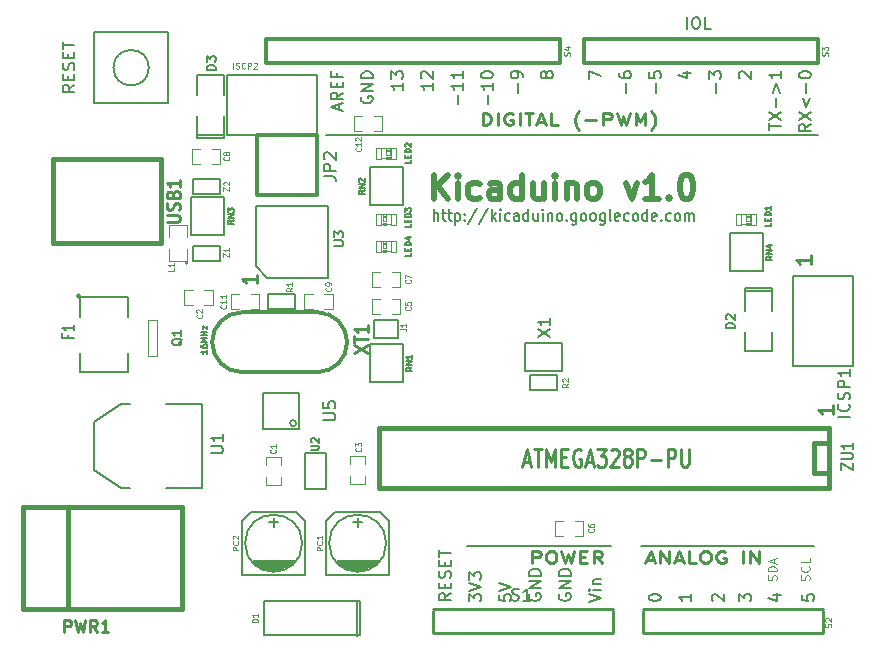
<source format=gto>
G04 (created by PCBNEW (2013-07-24 BZR 4024)-stable) date Tue 30 Jun 2015 02:25:37 PM NZST*
%MOIN*%
G04 Gerber Fmt 3.4, Leading zero omitted, Abs format*
%FSLAX34Y34*%
G01*
G70*
G90*
G04 APERTURE LIST*
%ADD10C,0.00590551*%
%ADD11C,0.008*%
%ADD12C,0.02*%
%ADD13C,0.004*%
%ADD14C,0.005*%
%ADD15C,0.01*%
%ADD16C,0.015*%
%ADD17C,0.0047*%
%ADD18C,0.012*%
%ADD19C,0.0026*%
%ADD20C,0.0125*%
%ADD21C,0.006*%
%ADD22C,0.0039*%
%ADD23C,0.0045*%
%ADD24C,0.01125*%
%ADD25C,0.0043*%
%ADD26C,0.0051*%
G04 APERTURE END LIST*
G54D10*
G54D11*
X22583Y-16661D02*
X22583Y-16261D01*
X22733Y-16661D02*
X22733Y-16452D01*
X22716Y-16414D01*
X22683Y-16395D01*
X22633Y-16395D01*
X22600Y-16414D01*
X22583Y-16433D01*
X22850Y-16395D02*
X22983Y-16395D01*
X22900Y-16261D02*
X22900Y-16604D01*
X22916Y-16642D01*
X22950Y-16661D01*
X22983Y-16661D01*
X23050Y-16395D02*
X23183Y-16395D01*
X23100Y-16261D02*
X23100Y-16604D01*
X23116Y-16642D01*
X23150Y-16661D01*
X23183Y-16661D01*
X23300Y-16395D02*
X23300Y-16795D01*
X23300Y-16414D02*
X23333Y-16395D01*
X23400Y-16395D01*
X23433Y-16414D01*
X23450Y-16433D01*
X23466Y-16471D01*
X23466Y-16585D01*
X23450Y-16623D01*
X23433Y-16642D01*
X23400Y-16661D01*
X23333Y-16661D01*
X23300Y-16642D01*
X23616Y-16623D02*
X23633Y-16642D01*
X23616Y-16661D01*
X23599Y-16642D01*
X23616Y-16623D01*
X23616Y-16661D01*
X23616Y-16414D02*
X23633Y-16433D01*
X23616Y-16452D01*
X23599Y-16433D01*
X23616Y-16414D01*
X23616Y-16452D01*
X24033Y-16242D02*
X23733Y-16757D01*
X24399Y-16242D02*
X24099Y-16757D01*
X24516Y-16661D02*
X24516Y-16261D01*
X24549Y-16509D02*
X24649Y-16661D01*
X24649Y-16395D02*
X24516Y-16547D01*
X24799Y-16661D02*
X24799Y-16395D01*
X24799Y-16261D02*
X24783Y-16280D01*
X24799Y-16300D01*
X24816Y-16280D01*
X24799Y-16261D01*
X24799Y-16300D01*
X25116Y-16642D02*
X25083Y-16661D01*
X25016Y-16661D01*
X24983Y-16642D01*
X24966Y-16623D01*
X24949Y-16585D01*
X24949Y-16471D01*
X24966Y-16433D01*
X24983Y-16414D01*
X25016Y-16395D01*
X25083Y-16395D01*
X25116Y-16414D01*
X25416Y-16661D02*
X25416Y-16452D01*
X25399Y-16414D01*
X25366Y-16395D01*
X25299Y-16395D01*
X25266Y-16414D01*
X25416Y-16642D02*
X25383Y-16661D01*
X25299Y-16661D01*
X25266Y-16642D01*
X25249Y-16604D01*
X25249Y-16566D01*
X25266Y-16528D01*
X25299Y-16509D01*
X25383Y-16509D01*
X25416Y-16490D01*
X25733Y-16661D02*
X25733Y-16261D01*
X25733Y-16642D02*
X25699Y-16661D01*
X25633Y-16661D01*
X25599Y-16642D01*
X25583Y-16623D01*
X25566Y-16585D01*
X25566Y-16471D01*
X25583Y-16433D01*
X25599Y-16414D01*
X25633Y-16395D01*
X25699Y-16395D01*
X25733Y-16414D01*
X26049Y-16395D02*
X26049Y-16661D01*
X25899Y-16395D02*
X25899Y-16604D01*
X25916Y-16642D01*
X25949Y-16661D01*
X25999Y-16661D01*
X26033Y-16642D01*
X26049Y-16623D01*
X26216Y-16661D02*
X26216Y-16395D01*
X26216Y-16261D02*
X26199Y-16280D01*
X26216Y-16300D01*
X26233Y-16280D01*
X26216Y-16261D01*
X26216Y-16300D01*
X26383Y-16395D02*
X26383Y-16661D01*
X26383Y-16433D02*
X26399Y-16414D01*
X26433Y-16395D01*
X26483Y-16395D01*
X26516Y-16414D01*
X26533Y-16452D01*
X26533Y-16661D01*
X26749Y-16661D02*
X26716Y-16642D01*
X26699Y-16623D01*
X26683Y-16585D01*
X26683Y-16471D01*
X26699Y-16433D01*
X26716Y-16414D01*
X26749Y-16395D01*
X26799Y-16395D01*
X26833Y-16414D01*
X26849Y-16433D01*
X26866Y-16471D01*
X26866Y-16585D01*
X26849Y-16623D01*
X26833Y-16642D01*
X26799Y-16661D01*
X26749Y-16661D01*
X27016Y-16623D02*
X27033Y-16642D01*
X27016Y-16661D01*
X26999Y-16642D01*
X27016Y-16623D01*
X27016Y-16661D01*
X27333Y-16395D02*
X27333Y-16719D01*
X27316Y-16757D01*
X27299Y-16776D01*
X27266Y-16795D01*
X27216Y-16795D01*
X27183Y-16776D01*
X27333Y-16642D02*
X27299Y-16661D01*
X27233Y-16661D01*
X27199Y-16642D01*
X27183Y-16623D01*
X27166Y-16585D01*
X27166Y-16471D01*
X27183Y-16433D01*
X27199Y-16414D01*
X27233Y-16395D01*
X27299Y-16395D01*
X27333Y-16414D01*
X27549Y-16661D02*
X27516Y-16642D01*
X27499Y-16623D01*
X27483Y-16585D01*
X27483Y-16471D01*
X27499Y-16433D01*
X27516Y-16414D01*
X27549Y-16395D01*
X27599Y-16395D01*
X27633Y-16414D01*
X27649Y-16433D01*
X27666Y-16471D01*
X27666Y-16585D01*
X27649Y-16623D01*
X27633Y-16642D01*
X27599Y-16661D01*
X27549Y-16661D01*
X27866Y-16661D02*
X27833Y-16642D01*
X27816Y-16623D01*
X27799Y-16585D01*
X27799Y-16471D01*
X27816Y-16433D01*
X27833Y-16414D01*
X27866Y-16395D01*
X27916Y-16395D01*
X27949Y-16414D01*
X27966Y-16433D01*
X27983Y-16471D01*
X27983Y-16585D01*
X27966Y-16623D01*
X27949Y-16642D01*
X27916Y-16661D01*
X27866Y-16661D01*
X28283Y-16395D02*
X28283Y-16719D01*
X28266Y-16757D01*
X28249Y-16776D01*
X28216Y-16795D01*
X28166Y-16795D01*
X28133Y-16776D01*
X28283Y-16642D02*
X28249Y-16661D01*
X28183Y-16661D01*
X28149Y-16642D01*
X28133Y-16623D01*
X28116Y-16585D01*
X28116Y-16471D01*
X28133Y-16433D01*
X28149Y-16414D01*
X28183Y-16395D01*
X28249Y-16395D01*
X28283Y-16414D01*
X28499Y-16661D02*
X28466Y-16642D01*
X28449Y-16604D01*
X28449Y-16261D01*
X28766Y-16642D02*
X28733Y-16661D01*
X28666Y-16661D01*
X28633Y-16642D01*
X28616Y-16604D01*
X28616Y-16452D01*
X28633Y-16414D01*
X28666Y-16395D01*
X28733Y-16395D01*
X28766Y-16414D01*
X28783Y-16452D01*
X28783Y-16490D01*
X28616Y-16528D01*
X29083Y-16642D02*
X29049Y-16661D01*
X28983Y-16661D01*
X28949Y-16642D01*
X28933Y-16623D01*
X28916Y-16585D01*
X28916Y-16471D01*
X28933Y-16433D01*
X28949Y-16414D01*
X28983Y-16395D01*
X29049Y-16395D01*
X29083Y-16414D01*
X29283Y-16661D02*
X29249Y-16642D01*
X29233Y-16623D01*
X29216Y-16585D01*
X29216Y-16471D01*
X29233Y-16433D01*
X29249Y-16414D01*
X29283Y-16395D01*
X29333Y-16395D01*
X29366Y-16414D01*
X29383Y-16433D01*
X29399Y-16471D01*
X29399Y-16585D01*
X29383Y-16623D01*
X29366Y-16642D01*
X29333Y-16661D01*
X29283Y-16661D01*
X29699Y-16661D02*
X29699Y-16261D01*
X29699Y-16642D02*
X29666Y-16661D01*
X29599Y-16661D01*
X29566Y-16642D01*
X29549Y-16623D01*
X29533Y-16585D01*
X29533Y-16471D01*
X29549Y-16433D01*
X29566Y-16414D01*
X29599Y-16395D01*
X29666Y-16395D01*
X29699Y-16414D01*
X29999Y-16642D02*
X29966Y-16661D01*
X29899Y-16661D01*
X29866Y-16642D01*
X29849Y-16604D01*
X29849Y-16452D01*
X29866Y-16414D01*
X29899Y-16395D01*
X29966Y-16395D01*
X29999Y-16414D01*
X30016Y-16452D01*
X30016Y-16490D01*
X29849Y-16528D01*
X30166Y-16623D02*
X30183Y-16642D01*
X30166Y-16661D01*
X30149Y-16642D01*
X30166Y-16623D01*
X30166Y-16661D01*
X30483Y-16642D02*
X30449Y-16661D01*
X30383Y-16661D01*
X30349Y-16642D01*
X30333Y-16623D01*
X30316Y-16585D01*
X30316Y-16471D01*
X30333Y-16433D01*
X30349Y-16414D01*
X30383Y-16395D01*
X30449Y-16395D01*
X30483Y-16414D01*
X30683Y-16661D02*
X30649Y-16642D01*
X30633Y-16623D01*
X30616Y-16585D01*
X30616Y-16471D01*
X30633Y-16433D01*
X30649Y-16414D01*
X30683Y-16395D01*
X30733Y-16395D01*
X30766Y-16414D01*
X30783Y-16433D01*
X30799Y-16471D01*
X30799Y-16585D01*
X30783Y-16623D01*
X30766Y-16642D01*
X30733Y-16661D01*
X30683Y-16661D01*
X30949Y-16661D02*
X30949Y-16395D01*
X30949Y-16433D02*
X30966Y-16414D01*
X30999Y-16395D01*
X31049Y-16395D01*
X31083Y-16414D01*
X31099Y-16452D01*
X31099Y-16661D01*
X31099Y-16452D02*
X31116Y-16414D01*
X31149Y-16395D01*
X31199Y-16395D01*
X31233Y-16414D01*
X31249Y-16452D01*
X31249Y-16661D01*
G54D12*
X22595Y-15923D02*
X22595Y-15123D01*
X23052Y-15923D02*
X22709Y-15466D01*
X23052Y-15123D02*
X22595Y-15580D01*
X23395Y-15923D02*
X23395Y-15390D01*
X23395Y-15123D02*
X23357Y-15161D01*
X23395Y-15200D01*
X23433Y-15161D01*
X23395Y-15123D01*
X23395Y-15200D01*
X24119Y-15885D02*
X24042Y-15923D01*
X23890Y-15923D01*
X23814Y-15885D01*
X23776Y-15847D01*
X23738Y-15771D01*
X23738Y-15542D01*
X23776Y-15466D01*
X23814Y-15428D01*
X23890Y-15390D01*
X24042Y-15390D01*
X24119Y-15428D01*
X24804Y-15923D02*
X24804Y-15504D01*
X24766Y-15428D01*
X24690Y-15390D01*
X24538Y-15390D01*
X24461Y-15428D01*
X24804Y-15885D02*
X24728Y-15923D01*
X24538Y-15923D01*
X24461Y-15885D01*
X24423Y-15809D01*
X24423Y-15733D01*
X24461Y-15657D01*
X24538Y-15619D01*
X24728Y-15619D01*
X24804Y-15580D01*
X25528Y-15923D02*
X25528Y-15123D01*
X25528Y-15885D02*
X25452Y-15923D01*
X25300Y-15923D01*
X25223Y-15885D01*
X25185Y-15847D01*
X25147Y-15771D01*
X25147Y-15542D01*
X25185Y-15466D01*
X25223Y-15428D01*
X25300Y-15390D01*
X25452Y-15390D01*
X25528Y-15428D01*
X26252Y-15390D02*
X26252Y-15923D01*
X25909Y-15390D02*
X25909Y-15809D01*
X25947Y-15885D01*
X26023Y-15923D01*
X26138Y-15923D01*
X26214Y-15885D01*
X26252Y-15847D01*
X26633Y-15923D02*
X26633Y-15390D01*
X26633Y-15123D02*
X26595Y-15161D01*
X26633Y-15200D01*
X26671Y-15161D01*
X26633Y-15123D01*
X26633Y-15200D01*
X27014Y-15390D02*
X27014Y-15923D01*
X27014Y-15466D02*
X27052Y-15428D01*
X27128Y-15390D01*
X27242Y-15390D01*
X27319Y-15428D01*
X27357Y-15504D01*
X27357Y-15923D01*
X27852Y-15923D02*
X27776Y-15885D01*
X27738Y-15847D01*
X27700Y-15771D01*
X27700Y-15542D01*
X27738Y-15466D01*
X27776Y-15428D01*
X27852Y-15390D01*
X27966Y-15390D01*
X28042Y-15428D01*
X28080Y-15466D01*
X28119Y-15542D01*
X28119Y-15771D01*
X28080Y-15847D01*
X28042Y-15885D01*
X27966Y-15923D01*
X27852Y-15923D01*
X28995Y-15390D02*
X29185Y-15923D01*
X29376Y-15390D01*
X30099Y-15923D02*
X29642Y-15923D01*
X29871Y-15923D02*
X29871Y-15123D01*
X29795Y-15238D01*
X29719Y-15314D01*
X29642Y-15352D01*
X30442Y-15847D02*
X30480Y-15885D01*
X30442Y-15923D01*
X30404Y-15885D01*
X30442Y-15847D01*
X30442Y-15923D01*
X30976Y-15123D02*
X31052Y-15123D01*
X31128Y-15161D01*
X31166Y-15200D01*
X31204Y-15276D01*
X31242Y-15428D01*
X31242Y-15619D01*
X31204Y-15771D01*
X31166Y-15847D01*
X31128Y-15885D01*
X31052Y-15923D01*
X30976Y-15923D01*
X30899Y-15885D01*
X30861Y-15847D01*
X30823Y-15771D01*
X30785Y-15619D01*
X30785Y-15428D01*
X30823Y-15276D01*
X30861Y-15200D01*
X30899Y-15161D01*
X30976Y-15123D01*
G54D13*
X35107Y-28642D02*
X35121Y-28600D01*
X35121Y-28528D01*
X35107Y-28500D01*
X35092Y-28485D01*
X35064Y-28471D01*
X35035Y-28471D01*
X35007Y-28485D01*
X34992Y-28500D01*
X34978Y-28528D01*
X34964Y-28585D01*
X34950Y-28614D01*
X34935Y-28628D01*
X34907Y-28642D01*
X34878Y-28642D01*
X34850Y-28628D01*
X34835Y-28614D01*
X34821Y-28585D01*
X34821Y-28514D01*
X34835Y-28471D01*
X35092Y-28171D02*
X35107Y-28185D01*
X35121Y-28228D01*
X35121Y-28257D01*
X35107Y-28300D01*
X35078Y-28328D01*
X35050Y-28342D01*
X34992Y-28357D01*
X34950Y-28357D01*
X34892Y-28342D01*
X34864Y-28328D01*
X34835Y-28300D01*
X34821Y-28257D01*
X34821Y-28228D01*
X34835Y-28185D01*
X34850Y-28171D01*
X35121Y-27900D02*
X35121Y-28042D01*
X34821Y-28042D01*
X34007Y-28642D02*
X34021Y-28600D01*
X34021Y-28528D01*
X34007Y-28500D01*
X33992Y-28485D01*
X33964Y-28471D01*
X33935Y-28471D01*
X33907Y-28485D01*
X33892Y-28500D01*
X33878Y-28528D01*
X33864Y-28585D01*
X33850Y-28614D01*
X33835Y-28628D01*
X33807Y-28642D01*
X33778Y-28642D01*
X33750Y-28628D01*
X33735Y-28614D01*
X33721Y-28585D01*
X33721Y-28514D01*
X33735Y-28471D01*
X34021Y-28342D02*
X33721Y-28342D01*
X33721Y-28271D01*
X33735Y-28228D01*
X33764Y-28200D01*
X33792Y-28185D01*
X33850Y-28171D01*
X33892Y-28171D01*
X33950Y-28185D01*
X33978Y-28200D01*
X34007Y-28228D01*
X34021Y-28271D01*
X34021Y-28342D01*
X33935Y-28057D02*
X33935Y-27914D01*
X34021Y-28085D02*
X33721Y-27985D01*
X34021Y-27885D01*
G54D14*
X28500Y-27500D02*
X23700Y-27500D01*
G54D15*
X25871Y-28061D02*
X25871Y-27661D01*
X26061Y-27661D01*
X26109Y-27680D01*
X26133Y-27700D01*
X26157Y-27738D01*
X26157Y-27795D01*
X26133Y-27833D01*
X26109Y-27852D01*
X26061Y-27871D01*
X25871Y-27871D01*
X26466Y-27661D02*
X26561Y-27661D01*
X26609Y-27680D01*
X26657Y-27719D01*
X26680Y-27795D01*
X26680Y-27928D01*
X26657Y-28004D01*
X26609Y-28042D01*
X26561Y-28061D01*
X26466Y-28061D01*
X26419Y-28042D01*
X26371Y-28004D01*
X26347Y-27928D01*
X26347Y-27795D01*
X26371Y-27719D01*
X26419Y-27680D01*
X26466Y-27661D01*
X26847Y-27661D02*
X26966Y-28061D01*
X27061Y-27776D01*
X27157Y-28061D01*
X27276Y-27661D01*
X27466Y-27852D02*
X27633Y-27852D01*
X27704Y-28061D02*
X27466Y-28061D01*
X27466Y-27661D01*
X27704Y-27661D01*
X28204Y-28061D02*
X28038Y-27871D01*
X27919Y-28061D02*
X27919Y-27661D01*
X28109Y-27661D01*
X28157Y-27680D01*
X28180Y-27700D01*
X28204Y-27738D01*
X28204Y-27795D01*
X28180Y-27833D01*
X28157Y-27852D01*
X28109Y-27871D01*
X27919Y-27871D01*
G54D14*
X29500Y-27500D02*
X35250Y-27500D01*
G54D15*
X29695Y-27947D02*
X29933Y-27947D01*
X29647Y-28061D02*
X29814Y-27661D01*
X29980Y-28061D01*
X30147Y-28061D02*
X30147Y-27661D01*
X30433Y-28061D01*
X30433Y-27661D01*
X30647Y-27947D02*
X30885Y-27947D01*
X30599Y-28061D02*
X30766Y-27661D01*
X30933Y-28061D01*
X31338Y-28061D02*
X31099Y-28061D01*
X31099Y-27661D01*
X31599Y-27661D02*
X31695Y-27661D01*
X31742Y-27680D01*
X31790Y-27719D01*
X31814Y-27795D01*
X31814Y-27928D01*
X31790Y-28004D01*
X31742Y-28042D01*
X31695Y-28061D01*
X31599Y-28061D01*
X31552Y-28042D01*
X31504Y-28004D01*
X31480Y-27928D01*
X31480Y-27795D01*
X31504Y-27719D01*
X31552Y-27680D01*
X31599Y-27661D01*
X32290Y-27680D02*
X32242Y-27661D01*
X32171Y-27661D01*
X32099Y-27680D01*
X32052Y-27719D01*
X32028Y-27757D01*
X32004Y-27833D01*
X32004Y-27890D01*
X32028Y-27966D01*
X32052Y-28004D01*
X32099Y-28042D01*
X32171Y-28061D01*
X32219Y-28061D01*
X32290Y-28042D01*
X32314Y-28023D01*
X32314Y-27890D01*
X32219Y-27890D01*
X32909Y-28061D02*
X32909Y-27661D01*
X33147Y-28061D02*
X33147Y-27661D01*
X33433Y-28061D01*
X33433Y-27661D01*
G54D14*
X35400Y-13800D02*
X19000Y-13800D01*
G54D15*
X24219Y-13461D02*
X24219Y-13061D01*
X24338Y-13061D01*
X24409Y-13080D01*
X24457Y-13119D01*
X24480Y-13157D01*
X24504Y-13233D01*
X24504Y-13290D01*
X24480Y-13366D01*
X24457Y-13404D01*
X24409Y-13442D01*
X24338Y-13461D01*
X24219Y-13461D01*
X24719Y-13461D02*
X24719Y-13061D01*
X25219Y-13080D02*
X25171Y-13061D01*
X25100Y-13061D01*
X25028Y-13080D01*
X24980Y-13119D01*
X24957Y-13157D01*
X24933Y-13233D01*
X24933Y-13290D01*
X24957Y-13366D01*
X24980Y-13404D01*
X25028Y-13442D01*
X25100Y-13461D01*
X25147Y-13461D01*
X25219Y-13442D01*
X25242Y-13423D01*
X25242Y-13290D01*
X25147Y-13290D01*
X25457Y-13461D02*
X25457Y-13061D01*
X25623Y-13061D02*
X25909Y-13061D01*
X25766Y-13461D02*
X25766Y-13061D01*
X26052Y-13347D02*
X26290Y-13347D01*
X26004Y-13461D02*
X26171Y-13061D01*
X26338Y-13461D01*
X26742Y-13461D02*
X26504Y-13461D01*
X26504Y-13061D01*
X27433Y-13614D02*
X27409Y-13595D01*
X27361Y-13538D01*
X27338Y-13500D01*
X27314Y-13442D01*
X27290Y-13347D01*
X27290Y-13271D01*
X27314Y-13176D01*
X27338Y-13119D01*
X27361Y-13080D01*
X27409Y-13023D01*
X27433Y-13004D01*
X27623Y-13309D02*
X28004Y-13309D01*
X28242Y-13461D02*
X28242Y-13061D01*
X28433Y-13061D01*
X28480Y-13080D01*
X28504Y-13100D01*
X28528Y-13138D01*
X28528Y-13195D01*
X28504Y-13233D01*
X28480Y-13252D01*
X28433Y-13271D01*
X28242Y-13271D01*
X28695Y-13061D02*
X28814Y-13461D01*
X28909Y-13176D01*
X29004Y-13461D01*
X29123Y-13061D01*
X29314Y-13461D02*
X29314Y-13061D01*
X29480Y-13347D01*
X29647Y-13061D01*
X29647Y-13461D01*
X29838Y-13614D02*
X29861Y-13595D01*
X29909Y-13538D01*
X29933Y-13500D01*
X29957Y-13442D01*
X29980Y-13347D01*
X29980Y-13271D01*
X29957Y-13176D01*
X29933Y-13119D01*
X29909Y-13080D01*
X29861Y-13023D01*
X29838Y-13004D01*
G54D11*
X23161Y-29076D02*
X22971Y-29209D01*
X23161Y-29304D02*
X22761Y-29304D01*
X22761Y-29152D01*
X22780Y-29114D01*
X22800Y-29095D01*
X22838Y-29076D01*
X22895Y-29076D01*
X22933Y-29095D01*
X22952Y-29114D01*
X22971Y-29152D01*
X22971Y-29304D01*
X22952Y-28904D02*
X22952Y-28771D01*
X23161Y-28714D02*
X23161Y-28904D01*
X22761Y-28904D01*
X22761Y-28714D01*
X23142Y-28561D02*
X23161Y-28504D01*
X23161Y-28409D01*
X23142Y-28371D01*
X23123Y-28352D01*
X23085Y-28333D01*
X23047Y-28333D01*
X23009Y-28352D01*
X22990Y-28371D01*
X22971Y-28409D01*
X22952Y-28485D01*
X22933Y-28523D01*
X22914Y-28542D01*
X22876Y-28561D01*
X22838Y-28561D01*
X22800Y-28542D01*
X22780Y-28523D01*
X22761Y-28485D01*
X22761Y-28390D01*
X22780Y-28333D01*
X22952Y-28161D02*
X22952Y-28028D01*
X23161Y-27971D02*
X23161Y-28161D01*
X22761Y-28161D01*
X22761Y-27971D01*
X22761Y-27857D02*
X22761Y-27628D01*
X23161Y-27742D02*
X22761Y-27742D01*
X23761Y-29342D02*
X23761Y-29095D01*
X23914Y-29228D01*
X23914Y-29171D01*
X23933Y-29133D01*
X23952Y-29114D01*
X23990Y-29095D01*
X24085Y-29095D01*
X24123Y-29114D01*
X24142Y-29133D01*
X24161Y-29171D01*
X24161Y-29285D01*
X24142Y-29323D01*
X24123Y-29342D01*
X23761Y-28980D02*
X24161Y-28847D01*
X23761Y-28714D01*
X23761Y-28619D02*
X23761Y-28371D01*
X23914Y-28504D01*
X23914Y-28447D01*
X23933Y-28409D01*
X23952Y-28390D01*
X23990Y-28371D01*
X24085Y-28371D01*
X24123Y-28390D01*
X24142Y-28409D01*
X24161Y-28447D01*
X24161Y-28561D01*
X24142Y-28600D01*
X24123Y-28619D01*
X24761Y-29114D02*
X24761Y-29304D01*
X24952Y-29323D01*
X24933Y-29304D01*
X24914Y-29266D01*
X24914Y-29171D01*
X24933Y-29133D01*
X24952Y-29114D01*
X24990Y-29095D01*
X25085Y-29095D01*
X25123Y-29114D01*
X25142Y-29133D01*
X25161Y-29171D01*
X25161Y-29266D01*
X25142Y-29304D01*
X25123Y-29323D01*
X24761Y-28980D02*
X25161Y-28847D01*
X24761Y-28714D01*
X25780Y-29095D02*
X25761Y-29133D01*
X25761Y-29190D01*
X25780Y-29247D01*
X25819Y-29285D01*
X25857Y-29304D01*
X25933Y-29323D01*
X25990Y-29323D01*
X26066Y-29304D01*
X26104Y-29285D01*
X26142Y-29247D01*
X26161Y-29190D01*
X26161Y-29152D01*
X26142Y-29095D01*
X26123Y-29076D01*
X25990Y-29076D01*
X25990Y-29152D01*
X26161Y-28904D02*
X25761Y-28904D01*
X26161Y-28676D01*
X25761Y-28676D01*
X26161Y-28485D02*
X25761Y-28485D01*
X25761Y-28390D01*
X25780Y-28333D01*
X25819Y-28295D01*
X25857Y-28276D01*
X25933Y-28257D01*
X25990Y-28257D01*
X26066Y-28276D01*
X26104Y-28295D01*
X26142Y-28333D01*
X26161Y-28390D01*
X26161Y-28485D01*
X26780Y-29095D02*
X26761Y-29133D01*
X26761Y-29190D01*
X26780Y-29247D01*
X26819Y-29285D01*
X26857Y-29304D01*
X26933Y-29323D01*
X26990Y-29323D01*
X27066Y-29304D01*
X27104Y-29285D01*
X27142Y-29247D01*
X27161Y-29190D01*
X27161Y-29152D01*
X27142Y-29095D01*
X27123Y-29076D01*
X26990Y-29076D01*
X26990Y-29152D01*
X27161Y-28904D02*
X26761Y-28904D01*
X27161Y-28676D01*
X26761Y-28676D01*
X27161Y-28485D02*
X26761Y-28485D01*
X26761Y-28390D01*
X26780Y-28333D01*
X26819Y-28295D01*
X26857Y-28276D01*
X26933Y-28257D01*
X26990Y-28257D01*
X27066Y-28276D01*
X27104Y-28295D01*
X27142Y-28333D01*
X27161Y-28390D01*
X27161Y-28485D01*
X27761Y-29361D02*
X28161Y-29228D01*
X27761Y-29095D01*
X28161Y-28961D02*
X27895Y-28961D01*
X27761Y-28961D02*
X27780Y-28980D01*
X27800Y-28961D01*
X27780Y-28942D01*
X27761Y-28961D01*
X27800Y-28961D01*
X27895Y-28771D02*
X28161Y-28771D01*
X27933Y-28771D02*
X27914Y-28752D01*
X27895Y-28714D01*
X27895Y-28657D01*
X27914Y-28619D01*
X27952Y-28600D01*
X28161Y-28600D01*
X29761Y-29228D02*
X29761Y-29190D01*
X29780Y-29152D01*
X29800Y-29133D01*
X29838Y-29114D01*
X29914Y-29095D01*
X30009Y-29095D01*
X30085Y-29114D01*
X30123Y-29133D01*
X30142Y-29152D01*
X30161Y-29190D01*
X30161Y-29228D01*
X30142Y-29266D01*
X30123Y-29285D01*
X30085Y-29304D01*
X30009Y-29323D01*
X29914Y-29323D01*
X29838Y-29304D01*
X29800Y-29285D01*
X29780Y-29266D01*
X29761Y-29228D01*
X31161Y-29095D02*
X31161Y-29323D01*
X31161Y-29209D02*
X30761Y-29209D01*
X30819Y-29247D01*
X30857Y-29285D01*
X30876Y-29323D01*
X31900Y-29323D02*
X31880Y-29304D01*
X31861Y-29266D01*
X31861Y-29171D01*
X31880Y-29133D01*
X31900Y-29114D01*
X31938Y-29095D01*
X31976Y-29095D01*
X32033Y-29114D01*
X32261Y-29342D01*
X32261Y-29095D01*
X32761Y-29342D02*
X32761Y-29095D01*
X32914Y-29228D01*
X32914Y-29171D01*
X32933Y-29133D01*
X32952Y-29114D01*
X32990Y-29095D01*
X33085Y-29095D01*
X33123Y-29114D01*
X33142Y-29133D01*
X33161Y-29171D01*
X33161Y-29285D01*
X33142Y-29323D01*
X33123Y-29342D01*
X33895Y-29133D02*
X34161Y-29133D01*
X33742Y-29228D02*
X34028Y-29323D01*
X34028Y-29076D01*
X34861Y-29114D02*
X34861Y-29304D01*
X35052Y-29323D01*
X35033Y-29304D01*
X35014Y-29266D01*
X35014Y-29171D01*
X35033Y-29133D01*
X35052Y-29114D01*
X35090Y-29095D01*
X35185Y-29095D01*
X35223Y-29114D01*
X35242Y-29133D01*
X35261Y-29171D01*
X35261Y-29266D01*
X35242Y-29304D01*
X35223Y-29323D01*
X35161Y-13428D02*
X34971Y-13561D01*
X35161Y-13657D02*
X34761Y-13657D01*
X34761Y-13504D01*
X34780Y-13466D01*
X34800Y-13447D01*
X34838Y-13428D01*
X34895Y-13428D01*
X34933Y-13447D01*
X34952Y-13466D01*
X34971Y-13504D01*
X34971Y-13657D01*
X34761Y-13295D02*
X35161Y-13028D01*
X34761Y-13028D02*
X35161Y-13295D01*
X34895Y-12571D02*
X35009Y-12876D01*
X35123Y-12571D01*
X35009Y-12380D02*
X35009Y-12076D01*
X34761Y-11809D02*
X34761Y-11771D01*
X34780Y-11733D01*
X34800Y-11714D01*
X34838Y-11695D01*
X34914Y-11676D01*
X35009Y-11676D01*
X35085Y-11695D01*
X35123Y-11714D01*
X35142Y-11733D01*
X35161Y-11771D01*
X35161Y-11809D01*
X35142Y-11847D01*
X35123Y-11866D01*
X35085Y-11885D01*
X35009Y-11904D01*
X34914Y-11904D01*
X34838Y-11885D01*
X34800Y-11866D01*
X34780Y-11847D01*
X34761Y-11809D01*
X33761Y-13619D02*
X33761Y-13390D01*
X34161Y-13504D02*
X33761Y-13504D01*
X33761Y-13295D02*
X34161Y-13028D01*
X33761Y-13028D02*
X34161Y-13295D01*
X34009Y-12876D02*
X34009Y-12571D01*
X33895Y-12380D02*
X34009Y-12076D01*
X34123Y-12380D01*
X34161Y-11676D02*
X34161Y-11904D01*
X34161Y-11790D02*
X33761Y-11790D01*
X33819Y-11828D01*
X33857Y-11866D01*
X33876Y-11904D01*
X32800Y-11904D02*
X32780Y-11885D01*
X32761Y-11847D01*
X32761Y-11752D01*
X32780Y-11714D01*
X32800Y-11695D01*
X32838Y-11676D01*
X32876Y-11676D01*
X32933Y-11695D01*
X33161Y-11923D01*
X33161Y-11676D01*
X32009Y-12380D02*
X32009Y-12076D01*
X31761Y-11923D02*
X31761Y-11676D01*
X31914Y-11809D01*
X31914Y-11752D01*
X31933Y-11714D01*
X31952Y-11695D01*
X31990Y-11676D01*
X32085Y-11676D01*
X32123Y-11695D01*
X32142Y-11714D01*
X32161Y-11752D01*
X32161Y-11866D01*
X32142Y-11904D01*
X32123Y-11923D01*
X30895Y-11714D02*
X31161Y-11714D01*
X30742Y-11809D02*
X31028Y-11904D01*
X31028Y-11657D01*
X30009Y-12380D02*
X30009Y-12076D01*
X29761Y-11695D02*
X29761Y-11885D01*
X29952Y-11904D01*
X29933Y-11885D01*
X29914Y-11847D01*
X29914Y-11752D01*
X29933Y-11714D01*
X29952Y-11695D01*
X29990Y-11676D01*
X30085Y-11676D01*
X30123Y-11695D01*
X30142Y-11714D01*
X30161Y-11752D01*
X30161Y-11847D01*
X30142Y-11885D01*
X30123Y-11904D01*
X29009Y-12380D02*
X29009Y-12076D01*
X28761Y-11714D02*
X28761Y-11790D01*
X28780Y-11828D01*
X28800Y-11847D01*
X28857Y-11885D01*
X28933Y-11904D01*
X29085Y-11904D01*
X29123Y-11885D01*
X29142Y-11866D01*
X29161Y-11828D01*
X29161Y-11752D01*
X29142Y-11714D01*
X29123Y-11695D01*
X29085Y-11676D01*
X28990Y-11676D01*
X28952Y-11695D01*
X28933Y-11714D01*
X28914Y-11752D01*
X28914Y-11828D01*
X28933Y-11866D01*
X28952Y-11885D01*
X28990Y-11904D01*
X27761Y-11923D02*
X27761Y-11657D01*
X28161Y-11828D01*
X26333Y-11828D02*
X26314Y-11866D01*
X26295Y-11885D01*
X26257Y-11904D01*
X26238Y-11904D01*
X26200Y-11885D01*
X26180Y-11866D01*
X26161Y-11828D01*
X26161Y-11752D01*
X26180Y-11714D01*
X26200Y-11695D01*
X26238Y-11676D01*
X26257Y-11676D01*
X26295Y-11695D01*
X26314Y-11714D01*
X26333Y-11752D01*
X26333Y-11828D01*
X26352Y-11866D01*
X26371Y-11885D01*
X26409Y-11904D01*
X26485Y-11904D01*
X26523Y-11885D01*
X26542Y-11866D01*
X26561Y-11828D01*
X26561Y-11752D01*
X26542Y-11714D01*
X26523Y-11695D01*
X26485Y-11676D01*
X26409Y-11676D01*
X26371Y-11695D01*
X26352Y-11714D01*
X26333Y-11752D01*
X25409Y-12380D02*
X25409Y-12076D01*
X25561Y-11866D02*
X25561Y-11790D01*
X25542Y-11752D01*
X25523Y-11733D01*
X25466Y-11695D01*
X25390Y-11676D01*
X25238Y-11676D01*
X25200Y-11695D01*
X25180Y-11714D01*
X25161Y-11752D01*
X25161Y-11828D01*
X25180Y-11866D01*
X25200Y-11885D01*
X25238Y-11904D01*
X25333Y-11904D01*
X25371Y-11885D01*
X25390Y-11866D01*
X25409Y-11828D01*
X25409Y-11752D01*
X25390Y-11714D01*
X25371Y-11695D01*
X25333Y-11676D01*
X24409Y-12761D02*
X24409Y-12457D01*
X24561Y-12057D02*
X24561Y-12285D01*
X24561Y-12171D02*
X24161Y-12171D01*
X24219Y-12209D01*
X24257Y-12247D01*
X24276Y-12285D01*
X24161Y-11809D02*
X24161Y-11771D01*
X24180Y-11733D01*
X24200Y-11714D01*
X24238Y-11695D01*
X24314Y-11676D01*
X24409Y-11676D01*
X24485Y-11695D01*
X24523Y-11714D01*
X24542Y-11733D01*
X24561Y-11771D01*
X24561Y-11809D01*
X24542Y-11847D01*
X24523Y-11866D01*
X24485Y-11885D01*
X24409Y-11904D01*
X24314Y-11904D01*
X24238Y-11885D01*
X24200Y-11866D01*
X24180Y-11847D01*
X24161Y-11809D01*
X23409Y-12761D02*
X23409Y-12457D01*
X23561Y-12057D02*
X23561Y-12285D01*
X23561Y-12171D02*
X23161Y-12171D01*
X23219Y-12209D01*
X23257Y-12247D01*
X23276Y-12285D01*
X23561Y-11676D02*
X23561Y-11904D01*
X23561Y-11790D02*
X23161Y-11790D01*
X23219Y-11828D01*
X23257Y-11866D01*
X23276Y-11904D01*
X22561Y-12057D02*
X22561Y-12285D01*
X22561Y-12171D02*
X22161Y-12171D01*
X22219Y-12209D01*
X22257Y-12247D01*
X22276Y-12285D01*
X22200Y-11904D02*
X22180Y-11885D01*
X22161Y-11847D01*
X22161Y-11752D01*
X22180Y-11714D01*
X22200Y-11695D01*
X22238Y-11676D01*
X22276Y-11676D01*
X22333Y-11695D01*
X22561Y-11923D01*
X22561Y-11676D01*
X21561Y-12057D02*
X21561Y-12285D01*
X21561Y-12171D02*
X21161Y-12171D01*
X21219Y-12209D01*
X21257Y-12247D01*
X21276Y-12285D01*
X21161Y-11923D02*
X21161Y-11676D01*
X21314Y-11809D01*
X21314Y-11752D01*
X21333Y-11714D01*
X21352Y-11695D01*
X21390Y-11676D01*
X21485Y-11676D01*
X21523Y-11695D01*
X21542Y-11714D01*
X21561Y-11752D01*
X21561Y-11866D01*
X21542Y-11904D01*
X21523Y-11923D01*
X20180Y-12514D02*
X20161Y-12552D01*
X20161Y-12609D01*
X20180Y-12666D01*
X20219Y-12704D01*
X20257Y-12723D01*
X20333Y-12742D01*
X20390Y-12742D01*
X20466Y-12723D01*
X20504Y-12704D01*
X20542Y-12666D01*
X20561Y-12609D01*
X20561Y-12571D01*
X20542Y-12514D01*
X20523Y-12495D01*
X20390Y-12495D01*
X20390Y-12571D01*
X20561Y-12323D02*
X20161Y-12323D01*
X20561Y-12095D01*
X20161Y-12095D01*
X20561Y-11904D02*
X20161Y-11904D01*
X20161Y-11809D01*
X20180Y-11752D01*
X20219Y-11714D01*
X20257Y-11695D01*
X20333Y-11676D01*
X20390Y-11676D01*
X20466Y-11695D01*
X20504Y-11714D01*
X20542Y-11752D01*
X20561Y-11809D01*
X20561Y-11904D01*
X19447Y-12971D02*
X19447Y-12780D01*
X19561Y-13009D02*
X19161Y-12876D01*
X19561Y-12742D01*
X19561Y-12380D02*
X19371Y-12514D01*
X19561Y-12609D02*
X19161Y-12609D01*
X19161Y-12457D01*
X19180Y-12419D01*
X19200Y-12400D01*
X19238Y-12380D01*
X19295Y-12380D01*
X19333Y-12400D01*
X19352Y-12419D01*
X19371Y-12457D01*
X19371Y-12609D01*
X19352Y-12209D02*
X19352Y-12076D01*
X19561Y-12019D02*
X19561Y-12209D01*
X19161Y-12209D01*
X19161Y-12019D01*
X19352Y-11714D02*
X19352Y-11847D01*
X19561Y-11847D02*
X19161Y-11847D01*
X19161Y-11657D01*
G54D15*
X35902Y-22807D02*
X35902Y-23092D01*
X35902Y-22950D02*
X35402Y-22950D01*
X35473Y-22997D01*
X35521Y-23045D01*
X35545Y-23092D01*
X16702Y-18457D02*
X16702Y-18742D01*
X16702Y-18600D02*
X16202Y-18600D01*
X16273Y-18647D01*
X16321Y-18695D01*
X16345Y-18742D01*
X35152Y-17807D02*
X35152Y-18092D01*
X35152Y-17950D02*
X34652Y-17950D01*
X34723Y-17997D01*
X34771Y-18045D01*
X34795Y-18092D01*
G54D11*
X15700Y-11800D02*
X18700Y-11800D01*
X18700Y-13800D02*
X15700Y-13800D01*
X15700Y-13800D02*
X15700Y-11800D01*
X18700Y-11800D02*
X18700Y-13800D01*
G54D16*
X13505Y-17398D02*
X13505Y-14602D01*
X13505Y-14602D02*
X9883Y-14602D01*
X9883Y-14602D02*
X9883Y-17398D01*
X9883Y-17398D02*
X13505Y-17398D01*
G54D10*
X13090Y-11550D02*
G75*
G03X13090Y-11550I-590J0D01*
G74*
G01*
X11279Y-10368D02*
X13720Y-10368D01*
X13720Y-10368D02*
X13720Y-12731D01*
X13720Y-12731D02*
X11279Y-12731D01*
X11279Y-12731D02*
X11279Y-10368D01*
G54D14*
X19000Y-25600D02*
X18300Y-25600D01*
X18300Y-25600D02*
X18300Y-24400D01*
X18300Y-24400D02*
X19000Y-24400D01*
X19000Y-24400D02*
X19000Y-25600D01*
G54D11*
X13650Y-25550D02*
X14850Y-25550D01*
X14850Y-25550D02*
X14850Y-22750D01*
X14850Y-22750D02*
X13650Y-22750D01*
X12450Y-25550D02*
X12150Y-25550D01*
X12150Y-25550D02*
X11250Y-24950D01*
X11250Y-24950D02*
X11250Y-23350D01*
X11250Y-23350D02*
X12150Y-22750D01*
X12150Y-22750D02*
X12450Y-22750D01*
G54D14*
X10820Y-19150D02*
G75*
G03X10820Y-19150I-70J0D01*
G74*
G01*
X10800Y-21050D02*
X10800Y-21700D01*
X10800Y-21700D02*
X12400Y-21700D01*
X12400Y-21700D02*
X12400Y-21050D01*
X12400Y-19850D02*
X12400Y-19200D01*
X12400Y-19200D02*
X10800Y-19200D01*
X10800Y-19200D02*
X10800Y-19850D01*
X33850Y-19000D02*
X33850Y-18900D01*
X33850Y-18900D02*
X32950Y-18900D01*
X32950Y-18900D02*
X32950Y-19000D01*
X33850Y-19000D02*
X32950Y-19000D01*
X32950Y-19000D02*
X32950Y-19650D01*
X33850Y-20350D02*
X33850Y-21000D01*
X33850Y-21000D02*
X32950Y-21000D01*
X32950Y-21000D02*
X32950Y-20350D01*
X33850Y-19650D02*
X33850Y-19000D01*
X14700Y-13800D02*
X14700Y-13900D01*
X14700Y-13900D02*
X15600Y-13900D01*
X15600Y-13900D02*
X15600Y-13800D01*
X14700Y-13800D02*
X15600Y-13800D01*
X15600Y-13800D02*
X15600Y-13150D01*
X14700Y-12450D02*
X14700Y-11800D01*
X14700Y-11800D02*
X15600Y-11800D01*
X15600Y-11800D02*
X15600Y-12450D01*
X14700Y-13150D02*
X14700Y-13800D01*
G54D17*
X21197Y-19756D02*
X21472Y-19756D01*
X20803Y-19756D02*
X20528Y-19756D01*
X21197Y-19244D02*
X21472Y-19244D01*
X20528Y-19244D02*
X20803Y-19244D01*
X21472Y-19250D02*
X21472Y-19750D01*
X20528Y-19750D02*
X20528Y-19250D01*
X21197Y-18856D02*
X21472Y-18856D01*
X20803Y-18856D02*
X20528Y-18856D01*
X21197Y-18344D02*
X21472Y-18344D01*
X20528Y-18344D02*
X20803Y-18344D01*
X21472Y-18350D02*
X21472Y-18850D01*
X20528Y-18850D02*
X20528Y-18350D01*
X14803Y-14244D02*
X14528Y-14244D01*
X15197Y-14244D02*
X15472Y-14244D01*
X14803Y-14756D02*
X14528Y-14756D01*
X15472Y-14756D02*
X15197Y-14756D01*
X14528Y-14750D02*
X14528Y-14250D01*
X15472Y-14250D02*
X15472Y-14750D01*
X17506Y-24803D02*
X17506Y-24528D01*
X17506Y-25197D02*
X17506Y-25472D01*
X16994Y-24803D02*
X16994Y-24528D01*
X16994Y-25472D02*
X16994Y-25197D01*
X17000Y-24528D02*
X17500Y-24528D01*
X17500Y-25472D02*
X17000Y-25472D01*
X18947Y-19606D02*
X19222Y-19606D01*
X18553Y-19606D02*
X18278Y-19606D01*
X18947Y-19094D02*
X19222Y-19094D01*
X18278Y-19094D02*
X18553Y-19094D01*
X19222Y-19100D02*
X19222Y-19600D01*
X18278Y-19600D02*
X18278Y-19100D01*
X19794Y-25147D02*
X19794Y-25422D01*
X19794Y-24753D02*
X19794Y-24478D01*
X20306Y-25147D02*
X20306Y-25422D01*
X20306Y-24478D02*
X20306Y-24753D01*
X20300Y-25422D02*
X19800Y-25422D01*
X19800Y-24478D02*
X20300Y-24478D01*
X14947Y-19456D02*
X15222Y-19456D01*
X14553Y-19456D02*
X14278Y-19456D01*
X14947Y-18944D02*
X15222Y-18944D01*
X14278Y-18944D02*
X14553Y-18944D01*
X15222Y-18950D02*
X15222Y-19450D01*
X14278Y-19450D02*
X14278Y-18950D01*
X27297Y-27156D02*
X27572Y-27156D01*
X26903Y-27156D02*
X26628Y-27156D01*
X27297Y-26644D02*
X27572Y-26644D01*
X26628Y-26644D02*
X26903Y-26644D01*
X27572Y-26650D02*
X27572Y-27150D01*
X26628Y-27150D02*
X26628Y-26650D01*
X16103Y-19094D02*
X15828Y-19094D01*
X16497Y-19094D02*
X16772Y-19094D01*
X16103Y-19606D02*
X15828Y-19606D01*
X16772Y-19606D02*
X16497Y-19606D01*
X15828Y-19600D02*
X15828Y-19100D01*
X16772Y-19100D02*
X16772Y-19600D01*
G54D14*
X15450Y-15750D02*
X14550Y-15750D01*
X14550Y-15750D02*
X14550Y-15250D01*
X14550Y-15250D02*
X15450Y-15250D01*
X15450Y-15250D02*
X15450Y-15750D01*
X15450Y-18000D02*
X14550Y-18000D01*
X14550Y-18000D02*
X14550Y-17500D01*
X14550Y-17500D02*
X15450Y-17500D01*
X15450Y-17500D02*
X15450Y-18000D01*
X25800Y-21800D02*
X26700Y-21800D01*
X26700Y-21800D02*
X26700Y-22300D01*
X26700Y-22300D02*
X25800Y-22300D01*
X25800Y-22300D02*
X25800Y-21800D01*
G54D18*
X16700Y-15800D02*
X16700Y-13800D01*
X16700Y-13800D02*
X18700Y-13800D01*
X18700Y-13800D02*
X18700Y-15800D01*
X18700Y-15800D02*
X16700Y-15800D01*
G54D19*
X20823Y-16777D02*
X20823Y-16423D01*
X20823Y-16423D02*
X20666Y-16423D01*
X20666Y-16777D02*
X20666Y-16423D01*
X20823Y-16777D02*
X20666Y-16777D01*
X21334Y-16777D02*
X21334Y-16423D01*
X21334Y-16423D02*
X21177Y-16423D01*
X21177Y-16777D02*
X21177Y-16423D01*
X21334Y-16777D02*
X21177Y-16777D01*
X21000Y-16777D02*
X21000Y-16718D01*
X21000Y-16718D02*
X20882Y-16718D01*
X20882Y-16777D02*
X20882Y-16718D01*
X21000Y-16777D02*
X20882Y-16777D01*
X21000Y-16482D02*
X21000Y-16423D01*
X21000Y-16423D02*
X20882Y-16423D01*
X20882Y-16482D02*
X20882Y-16423D01*
X21000Y-16482D02*
X20882Y-16482D01*
X21000Y-16659D02*
X21000Y-16541D01*
X21000Y-16541D02*
X20882Y-16541D01*
X20882Y-16659D02*
X20882Y-16541D01*
X21000Y-16659D02*
X20882Y-16659D01*
G54D13*
X20823Y-16757D02*
X21177Y-16757D01*
X20823Y-16443D02*
X21177Y-16443D01*
G54D19*
X21177Y-14223D02*
X21177Y-14577D01*
X21177Y-14577D02*
X21334Y-14577D01*
X21334Y-14223D02*
X21334Y-14577D01*
X21177Y-14223D02*
X21334Y-14223D01*
X20666Y-14223D02*
X20666Y-14577D01*
X20666Y-14577D02*
X20823Y-14577D01*
X20823Y-14223D02*
X20823Y-14577D01*
X20666Y-14223D02*
X20823Y-14223D01*
X21000Y-14223D02*
X21000Y-14282D01*
X21000Y-14282D02*
X21118Y-14282D01*
X21118Y-14223D02*
X21118Y-14282D01*
X21000Y-14223D02*
X21118Y-14223D01*
X21000Y-14518D02*
X21000Y-14577D01*
X21000Y-14577D02*
X21118Y-14577D01*
X21118Y-14518D02*
X21118Y-14577D01*
X21000Y-14518D02*
X21118Y-14518D01*
X21000Y-14341D02*
X21000Y-14459D01*
X21000Y-14459D02*
X21118Y-14459D01*
X21118Y-14341D02*
X21118Y-14459D01*
X21000Y-14341D02*
X21118Y-14341D01*
G54D13*
X21177Y-14243D02*
X20823Y-14243D01*
X21177Y-14557D02*
X20823Y-14557D01*
G54D19*
X20823Y-17677D02*
X20823Y-17323D01*
X20823Y-17323D02*
X20666Y-17323D01*
X20666Y-17677D02*
X20666Y-17323D01*
X20823Y-17677D02*
X20666Y-17677D01*
X21334Y-17677D02*
X21334Y-17323D01*
X21334Y-17323D02*
X21177Y-17323D01*
X21177Y-17677D02*
X21177Y-17323D01*
X21334Y-17677D02*
X21177Y-17677D01*
X21000Y-17677D02*
X21000Y-17618D01*
X21000Y-17618D02*
X20882Y-17618D01*
X20882Y-17677D02*
X20882Y-17618D01*
X21000Y-17677D02*
X20882Y-17677D01*
X21000Y-17382D02*
X21000Y-17323D01*
X21000Y-17323D02*
X20882Y-17323D01*
X20882Y-17382D02*
X20882Y-17323D01*
X21000Y-17382D02*
X20882Y-17382D01*
X21000Y-17559D02*
X21000Y-17441D01*
X21000Y-17441D02*
X20882Y-17441D01*
X20882Y-17559D02*
X20882Y-17441D01*
X21000Y-17559D02*
X20882Y-17559D01*
G54D13*
X20823Y-17657D02*
X21177Y-17657D01*
X20823Y-17343D02*
X21177Y-17343D01*
G54D19*
X33177Y-16423D02*
X33177Y-16777D01*
X33177Y-16777D02*
X33334Y-16777D01*
X33334Y-16423D02*
X33334Y-16777D01*
X33177Y-16423D02*
X33334Y-16423D01*
X32666Y-16423D02*
X32666Y-16777D01*
X32666Y-16777D02*
X32823Y-16777D01*
X32823Y-16423D02*
X32823Y-16777D01*
X32666Y-16423D02*
X32823Y-16423D01*
X33000Y-16423D02*
X33000Y-16482D01*
X33000Y-16482D02*
X33118Y-16482D01*
X33118Y-16423D02*
X33118Y-16482D01*
X33000Y-16423D02*
X33118Y-16423D01*
X33000Y-16718D02*
X33000Y-16777D01*
X33000Y-16777D02*
X33118Y-16777D01*
X33118Y-16718D02*
X33118Y-16777D01*
X33000Y-16718D02*
X33118Y-16718D01*
X33000Y-16541D02*
X33000Y-16659D01*
X33000Y-16659D02*
X33118Y-16659D01*
X33118Y-16541D02*
X33118Y-16659D01*
X33000Y-16541D02*
X33118Y-16541D01*
G54D13*
X33177Y-16443D02*
X32823Y-16443D01*
X33177Y-16757D02*
X32823Y-16757D01*
G54D14*
X20606Y-19944D02*
X21383Y-19944D01*
X21383Y-19944D02*
X21383Y-20545D01*
X21383Y-20545D02*
X20606Y-20545D01*
X20606Y-20545D02*
X20606Y-19944D01*
G54D20*
X16200Y-21700D02*
X18700Y-21700D01*
X16200Y-19700D02*
X18700Y-19700D01*
X19700Y-20700D02*
G75*
G03X18700Y-19700I-1000J0D01*
G74*
G01*
X18700Y-21700D02*
G75*
G03X19700Y-20700I0J1000D01*
G74*
G01*
X16200Y-19700D02*
G75*
G03X15200Y-20700I0J-1000D01*
G74*
G01*
X15200Y-20700D02*
G75*
G03X16200Y-21700I1000J0D01*
G74*
G01*
G54D10*
X20025Y-29329D02*
X20025Y-30480D01*
X16944Y-29329D02*
X20143Y-29329D01*
X20143Y-29329D02*
X20143Y-30470D01*
X20143Y-30470D02*
X16944Y-30470D01*
X16944Y-30470D02*
X16944Y-29329D01*
G54D16*
X35750Y-25550D02*
X20750Y-25550D01*
X20750Y-25550D02*
X20750Y-23550D01*
X20750Y-23550D02*
X35750Y-23550D01*
X35750Y-23550D02*
X35750Y-25550D01*
X35750Y-25050D02*
X35250Y-25050D01*
X35250Y-25050D02*
X35250Y-24050D01*
X35250Y-24050D02*
X35750Y-24050D01*
G54D14*
X25620Y-20727D02*
X26879Y-20727D01*
X26879Y-20727D02*
X26879Y-21672D01*
X26879Y-21672D02*
X25620Y-21672D01*
X25620Y-21672D02*
X25620Y-20727D01*
X17000Y-28300D02*
X17550Y-28300D01*
X16900Y-28250D02*
X17600Y-28250D01*
X16750Y-28200D02*
X17750Y-28200D01*
X17800Y-28150D02*
X16700Y-28150D01*
X16650Y-28100D02*
X17850Y-28100D01*
X17900Y-28050D02*
X16600Y-28050D01*
X16550Y-28000D02*
X17950Y-28000D01*
X18200Y-27400D02*
G75*
G03X18200Y-27400I-950J0D01*
G74*
G01*
X16200Y-28450D02*
X16200Y-26650D01*
X16200Y-26650D02*
X16500Y-26350D01*
X16500Y-26350D02*
X18000Y-26350D01*
X18000Y-26350D02*
X18300Y-26650D01*
X18300Y-26650D02*
X18300Y-28450D01*
X18300Y-28450D02*
X16200Y-28450D01*
X17250Y-26550D02*
X17250Y-26850D01*
X17100Y-26700D02*
X17400Y-26700D01*
X19800Y-28300D02*
X20350Y-28300D01*
X19700Y-28250D02*
X20400Y-28250D01*
X19550Y-28200D02*
X20550Y-28200D01*
X20600Y-28150D02*
X19500Y-28150D01*
X19450Y-28100D02*
X20650Y-28100D01*
X20700Y-28050D02*
X19400Y-28050D01*
X19350Y-28000D02*
X20750Y-28000D01*
X21000Y-27400D02*
G75*
G03X21000Y-27400I-950J0D01*
G74*
G01*
X19000Y-28450D02*
X19000Y-26650D01*
X19000Y-26650D02*
X19300Y-26350D01*
X19300Y-26350D02*
X20800Y-26350D01*
X20800Y-26350D02*
X21100Y-26650D01*
X21100Y-26650D02*
X21100Y-28450D01*
X21100Y-28450D02*
X19000Y-28450D01*
X20050Y-26550D02*
X20050Y-26850D01*
X19900Y-26700D02*
X20200Y-26700D01*
G54D21*
X18000Y-23400D02*
G75*
G03X18000Y-23400I-100J0D01*
G74*
G01*
X18100Y-22400D02*
X18100Y-23600D01*
X18100Y-23600D02*
X16900Y-23600D01*
X16900Y-23600D02*
X16900Y-22400D01*
X16900Y-22400D02*
X18100Y-22400D01*
G54D22*
X14400Y-18050D02*
G75*
G03X14400Y-18050I-50J0D01*
G74*
G01*
X14350Y-17600D02*
X14350Y-18000D01*
X14350Y-18000D02*
X13750Y-18000D01*
X13750Y-18000D02*
X13750Y-17600D01*
X13750Y-17200D02*
X13750Y-16800D01*
X13750Y-16800D02*
X14350Y-16800D01*
X14350Y-16800D02*
X14350Y-17200D01*
G54D14*
X17950Y-19600D02*
X17050Y-19600D01*
X17050Y-19600D02*
X17050Y-19100D01*
X17050Y-19100D02*
X17950Y-19100D01*
X17950Y-19100D02*
X17950Y-19600D01*
G54D17*
X13350Y-19950D02*
X13350Y-21150D01*
X13350Y-21150D02*
X13050Y-21150D01*
X13050Y-21150D02*
X13050Y-19950D01*
X13050Y-19950D02*
X13350Y-19950D01*
X20597Y-13656D02*
X20872Y-13656D01*
X20203Y-13656D02*
X19928Y-13656D01*
X20597Y-13144D02*
X20872Y-13144D01*
X19928Y-13144D02*
X20203Y-13144D01*
X20872Y-13150D02*
X20872Y-13650D01*
X19928Y-13650D02*
X19928Y-13150D01*
G54D18*
X35400Y-10600D02*
X35400Y-11400D01*
X27600Y-10600D02*
X27600Y-11400D01*
X35400Y-11400D02*
X27600Y-11400D01*
X27600Y-10600D02*
X35400Y-10600D01*
G54D15*
X35550Y-30400D02*
X35550Y-29650D01*
X29550Y-30400D02*
X29550Y-29650D01*
X29550Y-29608D02*
X35550Y-29608D01*
X35550Y-30400D02*
X29550Y-30400D01*
G54D18*
X26800Y-10600D02*
X26800Y-11400D01*
X17000Y-10600D02*
X17000Y-11400D01*
X26800Y-11400D02*
X17000Y-11400D01*
X17000Y-10600D02*
X26800Y-10600D01*
G54D11*
X34550Y-21500D02*
X34550Y-18500D01*
X36550Y-18500D02*
X36550Y-21500D01*
X36550Y-21500D02*
X34550Y-21500D01*
X34550Y-18500D02*
X36550Y-18500D01*
G54D16*
X9200Y-26200D02*
X8900Y-26200D01*
X8900Y-26200D02*
X8900Y-29600D01*
X8900Y-29600D02*
X9200Y-29600D01*
X10400Y-26200D02*
X10400Y-29600D01*
X14200Y-26200D02*
X14200Y-29600D01*
X9200Y-29600D02*
X14200Y-29600D01*
X9200Y-26200D02*
X14200Y-26200D01*
G54D21*
X16650Y-18175D02*
X16650Y-16525D01*
X16650Y-16525D02*
X16650Y-16150D01*
X16650Y-16150D02*
X19050Y-16150D01*
X19050Y-16150D02*
X19050Y-18550D01*
X19050Y-18550D02*
X17025Y-18550D01*
X17025Y-18550D02*
X16650Y-18175D01*
G54D15*
X28550Y-30400D02*
X28550Y-29650D01*
X22550Y-30400D02*
X22550Y-29650D01*
X22550Y-29608D02*
X28550Y-29608D01*
X28550Y-30400D02*
X22550Y-30400D01*
G54D14*
X20448Y-22029D02*
X20448Y-20770D01*
X20448Y-20770D02*
X21551Y-20770D01*
X21551Y-20770D02*
X21551Y-22029D01*
X21551Y-22029D02*
X20448Y-22029D01*
X21551Y-14870D02*
X21551Y-16129D01*
X21551Y-16129D02*
X20448Y-16129D01*
X20448Y-16129D02*
X20448Y-14870D01*
X20448Y-14870D02*
X21551Y-14870D01*
X14498Y-17129D02*
X14498Y-15870D01*
X14498Y-15870D02*
X15601Y-15870D01*
X15601Y-15870D02*
X15601Y-17129D01*
X15601Y-17129D02*
X14498Y-17129D01*
X32448Y-18329D02*
X32448Y-17070D01*
X32448Y-17070D02*
X33551Y-17070D01*
X33551Y-17070D02*
X33551Y-18329D01*
X33551Y-18329D02*
X32448Y-18329D01*
G54D13*
X15909Y-11580D02*
X15909Y-11380D01*
X15995Y-11571D02*
X16023Y-11580D01*
X16071Y-11580D01*
X16090Y-11571D01*
X16100Y-11561D01*
X16109Y-11542D01*
X16109Y-11523D01*
X16100Y-11504D01*
X16090Y-11495D01*
X16071Y-11485D01*
X16033Y-11476D01*
X16014Y-11466D01*
X16004Y-11457D01*
X15995Y-11438D01*
X15995Y-11419D01*
X16004Y-11400D01*
X16014Y-11390D01*
X16033Y-11380D01*
X16080Y-11380D01*
X16109Y-11390D01*
X16309Y-11561D02*
X16300Y-11571D01*
X16271Y-11580D01*
X16252Y-11580D01*
X16223Y-11571D01*
X16204Y-11552D01*
X16195Y-11533D01*
X16185Y-11495D01*
X16185Y-11466D01*
X16195Y-11428D01*
X16204Y-11409D01*
X16223Y-11390D01*
X16252Y-11380D01*
X16271Y-11380D01*
X16300Y-11390D01*
X16309Y-11400D01*
X16395Y-11580D02*
X16395Y-11380D01*
X16471Y-11380D01*
X16490Y-11390D01*
X16500Y-11400D01*
X16509Y-11419D01*
X16509Y-11447D01*
X16500Y-11466D01*
X16490Y-11476D01*
X16471Y-11485D01*
X16395Y-11485D01*
X16585Y-11400D02*
X16595Y-11390D01*
X16614Y-11380D01*
X16661Y-11380D01*
X16680Y-11390D01*
X16690Y-11400D01*
X16700Y-11419D01*
X16700Y-11438D01*
X16690Y-11466D01*
X16576Y-11580D01*
X16700Y-11580D01*
G54D15*
X13682Y-16695D02*
X14046Y-16695D01*
X14089Y-16676D01*
X14110Y-16657D01*
X14132Y-16619D01*
X14132Y-16542D01*
X14110Y-16504D01*
X14089Y-16485D01*
X14046Y-16466D01*
X13682Y-16466D01*
X14110Y-16295D02*
X14132Y-16238D01*
X14132Y-16142D01*
X14110Y-16104D01*
X14089Y-16085D01*
X14046Y-16066D01*
X14003Y-16066D01*
X13960Y-16085D01*
X13939Y-16104D01*
X13917Y-16142D01*
X13896Y-16219D01*
X13875Y-16257D01*
X13853Y-16276D01*
X13810Y-16295D01*
X13767Y-16295D01*
X13725Y-16276D01*
X13703Y-16257D01*
X13682Y-16219D01*
X13682Y-16123D01*
X13703Y-16066D01*
X13896Y-15761D02*
X13917Y-15704D01*
X13939Y-15685D01*
X13982Y-15666D01*
X14046Y-15666D01*
X14089Y-15685D01*
X14110Y-15704D01*
X14132Y-15742D01*
X14132Y-15895D01*
X13682Y-15895D01*
X13682Y-15761D01*
X13703Y-15723D01*
X13725Y-15704D01*
X13767Y-15685D01*
X13810Y-15685D01*
X13853Y-15704D01*
X13875Y-15723D01*
X13896Y-15761D01*
X13896Y-15895D01*
X14132Y-15285D02*
X14132Y-15514D01*
X14132Y-15399D02*
X13682Y-15399D01*
X13746Y-15438D01*
X13789Y-15476D01*
X13810Y-15514D01*
G54D10*
X10609Y-12121D02*
X10421Y-12253D01*
X10609Y-12346D02*
X10215Y-12346D01*
X10215Y-12196D01*
X10234Y-12159D01*
X10253Y-12140D01*
X10290Y-12121D01*
X10346Y-12121D01*
X10384Y-12140D01*
X10403Y-12159D01*
X10421Y-12196D01*
X10421Y-12346D01*
X10403Y-11953D02*
X10403Y-11821D01*
X10609Y-11765D02*
X10609Y-11953D01*
X10215Y-11953D01*
X10215Y-11765D01*
X10590Y-11615D02*
X10609Y-11559D01*
X10609Y-11465D01*
X10590Y-11428D01*
X10571Y-11409D01*
X10534Y-11390D01*
X10496Y-11390D01*
X10459Y-11409D01*
X10440Y-11428D01*
X10421Y-11465D01*
X10403Y-11540D01*
X10384Y-11578D01*
X10365Y-11596D01*
X10328Y-11615D01*
X10290Y-11615D01*
X10253Y-11596D01*
X10234Y-11578D01*
X10215Y-11540D01*
X10215Y-11446D01*
X10234Y-11390D01*
X10403Y-11221D02*
X10403Y-11090D01*
X10609Y-11034D02*
X10609Y-11221D01*
X10215Y-11221D01*
X10215Y-11034D01*
X10215Y-10921D02*
X10215Y-10696D01*
X10609Y-10809D02*
X10215Y-10809D01*
G54D14*
X18501Y-24290D02*
X18703Y-24290D01*
X18727Y-24278D01*
X18739Y-24266D01*
X18751Y-24242D01*
X18751Y-24195D01*
X18739Y-24171D01*
X18727Y-24159D01*
X18703Y-24147D01*
X18501Y-24147D01*
X18525Y-24040D02*
X18513Y-24028D01*
X18501Y-24004D01*
X18501Y-23945D01*
X18513Y-23921D01*
X18525Y-23909D01*
X18548Y-23897D01*
X18572Y-23897D01*
X18608Y-23909D01*
X18751Y-24052D01*
X18751Y-23897D01*
G54D11*
X15161Y-24404D02*
X15485Y-24404D01*
X15523Y-24385D01*
X15542Y-24366D01*
X15561Y-24328D01*
X15561Y-24252D01*
X15542Y-24214D01*
X15523Y-24195D01*
X15485Y-24176D01*
X15161Y-24176D01*
X15561Y-23776D02*
X15561Y-24004D01*
X15561Y-23890D02*
X15161Y-23890D01*
X15219Y-23928D01*
X15257Y-23966D01*
X15276Y-24004D01*
G54D14*
X10402Y-20449D02*
X10402Y-20549D01*
X10611Y-20549D02*
X10211Y-20549D01*
X10211Y-20407D01*
X10611Y-20135D02*
X10611Y-20307D01*
X10611Y-20221D02*
X10211Y-20221D01*
X10269Y-20249D01*
X10307Y-20278D01*
X10326Y-20307D01*
X32621Y-20221D02*
X32321Y-20221D01*
X32321Y-20150D01*
X32335Y-20107D01*
X32364Y-20078D01*
X32392Y-20064D01*
X32450Y-20050D01*
X32492Y-20050D01*
X32550Y-20064D01*
X32578Y-20078D01*
X32607Y-20107D01*
X32621Y-20150D01*
X32621Y-20221D01*
X32350Y-19935D02*
X32335Y-19921D01*
X32321Y-19892D01*
X32321Y-19821D01*
X32335Y-19792D01*
X32350Y-19778D01*
X32378Y-19764D01*
X32407Y-19764D01*
X32450Y-19778D01*
X32621Y-19950D01*
X32621Y-19764D01*
X15321Y-11621D02*
X15021Y-11621D01*
X15021Y-11550D01*
X15035Y-11507D01*
X15064Y-11478D01*
X15092Y-11464D01*
X15150Y-11450D01*
X15192Y-11450D01*
X15250Y-11464D01*
X15278Y-11478D01*
X15307Y-11507D01*
X15321Y-11550D01*
X15321Y-11621D01*
X15021Y-11350D02*
X15021Y-11164D01*
X15135Y-11264D01*
X15135Y-11221D01*
X15150Y-11192D01*
X15164Y-11178D01*
X15192Y-11164D01*
X15264Y-11164D01*
X15292Y-11178D01*
X15307Y-11192D01*
X15321Y-11221D01*
X15321Y-11307D01*
X15307Y-11335D01*
X15292Y-11350D01*
G54D23*
X21811Y-19530D02*
X21821Y-19538D01*
X21830Y-19564D01*
X21830Y-19581D01*
X21821Y-19607D01*
X21802Y-19624D01*
X21783Y-19632D01*
X21745Y-19641D01*
X21716Y-19641D01*
X21678Y-19632D01*
X21659Y-19624D01*
X21640Y-19607D01*
X21630Y-19581D01*
X21630Y-19564D01*
X21640Y-19538D01*
X21650Y-19530D01*
X21630Y-19367D02*
X21630Y-19452D01*
X21726Y-19461D01*
X21716Y-19452D01*
X21707Y-19435D01*
X21707Y-19392D01*
X21716Y-19375D01*
X21726Y-19367D01*
X21745Y-19358D01*
X21792Y-19358D01*
X21811Y-19367D01*
X21821Y-19375D01*
X21830Y-19392D01*
X21830Y-19435D01*
X21821Y-19452D01*
X21811Y-19461D01*
X21811Y-18630D02*
X21821Y-18638D01*
X21830Y-18664D01*
X21830Y-18681D01*
X21821Y-18707D01*
X21802Y-18724D01*
X21783Y-18732D01*
X21745Y-18741D01*
X21716Y-18741D01*
X21678Y-18732D01*
X21659Y-18724D01*
X21640Y-18707D01*
X21630Y-18681D01*
X21630Y-18664D01*
X21640Y-18638D01*
X21650Y-18630D01*
X21630Y-18570D02*
X21630Y-18450D01*
X21830Y-18527D01*
X15761Y-14530D02*
X15771Y-14538D01*
X15780Y-14564D01*
X15780Y-14581D01*
X15771Y-14607D01*
X15752Y-14624D01*
X15733Y-14632D01*
X15695Y-14641D01*
X15666Y-14641D01*
X15628Y-14632D01*
X15609Y-14624D01*
X15590Y-14607D01*
X15580Y-14581D01*
X15580Y-14564D01*
X15590Y-14538D01*
X15600Y-14530D01*
X15666Y-14427D02*
X15657Y-14444D01*
X15647Y-14452D01*
X15628Y-14461D01*
X15619Y-14461D01*
X15600Y-14452D01*
X15590Y-14444D01*
X15580Y-14427D01*
X15580Y-14392D01*
X15590Y-14375D01*
X15600Y-14367D01*
X15619Y-14358D01*
X15628Y-14358D01*
X15647Y-14367D01*
X15657Y-14375D01*
X15666Y-14392D01*
X15666Y-14427D01*
X15676Y-14444D01*
X15685Y-14452D01*
X15704Y-14461D01*
X15742Y-14461D01*
X15761Y-14452D01*
X15771Y-14444D01*
X15780Y-14427D01*
X15780Y-14392D01*
X15771Y-14375D01*
X15761Y-14367D01*
X15742Y-14358D01*
X15704Y-14358D01*
X15685Y-14367D01*
X15676Y-14375D01*
X15666Y-14392D01*
X17311Y-24280D02*
X17321Y-24288D01*
X17330Y-24314D01*
X17330Y-24331D01*
X17321Y-24357D01*
X17302Y-24374D01*
X17283Y-24382D01*
X17245Y-24391D01*
X17216Y-24391D01*
X17178Y-24382D01*
X17159Y-24374D01*
X17140Y-24357D01*
X17130Y-24331D01*
X17130Y-24314D01*
X17140Y-24288D01*
X17150Y-24280D01*
X17330Y-24108D02*
X17330Y-24211D01*
X17330Y-24160D02*
X17130Y-24160D01*
X17159Y-24177D01*
X17178Y-24194D01*
X17188Y-24211D01*
X19161Y-18880D02*
X19171Y-18888D01*
X19180Y-18914D01*
X19180Y-18931D01*
X19171Y-18957D01*
X19152Y-18974D01*
X19133Y-18982D01*
X19095Y-18991D01*
X19066Y-18991D01*
X19028Y-18982D01*
X19009Y-18974D01*
X18990Y-18957D01*
X18980Y-18931D01*
X18980Y-18914D01*
X18990Y-18888D01*
X19000Y-18880D01*
X19180Y-18794D02*
X19180Y-18760D01*
X19171Y-18742D01*
X19161Y-18734D01*
X19133Y-18717D01*
X19095Y-18708D01*
X19019Y-18708D01*
X19000Y-18717D01*
X18990Y-18725D01*
X18980Y-18742D01*
X18980Y-18777D01*
X18990Y-18794D01*
X19000Y-18802D01*
X19019Y-18811D01*
X19066Y-18811D01*
X19085Y-18802D01*
X19095Y-18794D01*
X19104Y-18777D01*
X19104Y-18742D01*
X19095Y-18725D01*
X19085Y-18717D01*
X19066Y-18708D01*
X20161Y-24230D02*
X20171Y-24238D01*
X20180Y-24264D01*
X20180Y-24281D01*
X20171Y-24307D01*
X20152Y-24324D01*
X20133Y-24332D01*
X20095Y-24341D01*
X20066Y-24341D01*
X20028Y-24332D01*
X20009Y-24324D01*
X19990Y-24307D01*
X19980Y-24281D01*
X19980Y-24264D01*
X19990Y-24238D01*
X20000Y-24230D01*
X19980Y-24170D02*
X19980Y-24058D01*
X20057Y-24118D01*
X20057Y-24092D01*
X20066Y-24075D01*
X20076Y-24067D01*
X20095Y-24058D01*
X20142Y-24058D01*
X20161Y-24067D01*
X20171Y-24075D01*
X20180Y-24092D01*
X20180Y-24144D01*
X20171Y-24161D01*
X20161Y-24170D01*
X14861Y-19780D02*
X14871Y-19788D01*
X14880Y-19814D01*
X14880Y-19831D01*
X14871Y-19857D01*
X14852Y-19874D01*
X14833Y-19882D01*
X14795Y-19891D01*
X14766Y-19891D01*
X14728Y-19882D01*
X14709Y-19874D01*
X14690Y-19857D01*
X14680Y-19831D01*
X14680Y-19814D01*
X14690Y-19788D01*
X14700Y-19780D01*
X14700Y-19711D02*
X14690Y-19702D01*
X14680Y-19685D01*
X14680Y-19642D01*
X14690Y-19625D01*
X14700Y-19617D01*
X14719Y-19608D01*
X14738Y-19608D01*
X14766Y-19617D01*
X14880Y-19720D01*
X14880Y-19608D01*
X27911Y-26930D02*
X27921Y-26938D01*
X27930Y-26964D01*
X27930Y-26981D01*
X27921Y-27007D01*
X27902Y-27024D01*
X27883Y-27032D01*
X27845Y-27041D01*
X27816Y-27041D01*
X27778Y-27032D01*
X27759Y-27024D01*
X27740Y-27007D01*
X27730Y-26981D01*
X27730Y-26964D01*
X27740Y-26938D01*
X27750Y-26930D01*
X27730Y-26775D02*
X27730Y-26810D01*
X27740Y-26827D01*
X27750Y-26835D01*
X27778Y-26852D01*
X27816Y-26861D01*
X27892Y-26861D01*
X27911Y-26852D01*
X27921Y-26844D01*
X27930Y-26827D01*
X27930Y-26792D01*
X27921Y-26775D01*
X27911Y-26767D01*
X27892Y-26758D01*
X27845Y-26758D01*
X27826Y-26767D01*
X27816Y-26775D01*
X27807Y-26792D01*
X27807Y-26827D01*
X27816Y-26844D01*
X27826Y-26852D01*
X27845Y-26861D01*
X15661Y-19465D02*
X15671Y-19474D01*
X15680Y-19500D01*
X15680Y-19517D01*
X15671Y-19542D01*
X15652Y-19560D01*
X15633Y-19568D01*
X15595Y-19577D01*
X15566Y-19577D01*
X15528Y-19568D01*
X15509Y-19560D01*
X15490Y-19542D01*
X15480Y-19517D01*
X15480Y-19500D01*
X15490Y-19474D01*
X15500Y-19465D01*
X15680Y-19294D02*
X15680Y-19397D01*
X15680Y-19345D02*
X15480Y-19345D01*
X15509Y-19362D01*
X15528Y-19380D01*
X15538Y-19397D01*
X15680Y-19122D02*
X15680Y-19225D01*
X15680Y-19174D02*
X15480Y-19174D01*
X15509Y-19191D01*
X15528Y-19208D01*
X15538Y-19225D01*
X15580Y-15645D02*
X15580Y-15525D01*
X15780Y-15645D01*
X15780Y-15525D01*
X15600Y-15465D02*
X15590Y-15457D01*
X15580Y-15440D01*
X15580Y-15397D01*
X15590Y-15380D01*
X15600Y-15371D01*
X15619Y-15362D01*
X15638Y-15362D01*
X15666Y-15371D01*
X15780Y-15474D01*
X15780Y-15362D01*
X15580Y-17845D02*
X15580Y-17725D01*
X15780Y-17845D01*
X15780Y-17725D01*
X15780Y-17562D02*
X15780Y-17665D01*
X15780Y-17614D02*
X15580Y-17614D01*
X15609Y-17631D01*
X15628Y-17648D01*
X15638Y-17665D01*
X27080Y-22080D02*
X26985Y-22140D01*
X27080Y-22182D02*
X26880Y-22182D01*
X26880Y-22114D01*
X26890Y-22097D01*
X26900Y-22088D01*
X26919Y-22080D01*
X26947Y-22080D01*
X26966Y-22088D01*
X26976Y-22097D01*
X26985Y-22114D01*
X26985Y-22182D01*
X26900Y-22011D02*
X26890Y-22002D01*
X26880Y-21985D01*
X26880Y-21942D01*
X26890Y-21925D01*
X26900Y-21917D01*
X26919Y-21908D01*
X26938Y-21908D01*
X26966Y-21917D01*
X27080Y-22020D01*
X27080Y-21908D01*
G54D11*
X18916Y-15168D02*
X19202Y-15168D01*
X19259Y-15187D01*
X19297Y-15225D01*
X19316Y-15282D01*
X19316Y-15320D01*
X19316Y-14977D02*
X18916Y-14977D01*
X18916Y-14825D01*
X18935Y-14787D01*
X18955Y-14768D01*
X18993Y-14749D01*
X19050Y-14749D01*
X19088Y-14768D01*
X19107Y-14787D01*
X19126Y-14825D01*
X19126Y-14977D01*
X18955Y-14596D02*
X18935Y-14577D01*
X18916Y-14539D01*
X18916Y-14444D01*
X18935Y-14406D01*
X18955Y-14387D01*
X18993Y-14368D01*
X19031Y-14368D01*
X19088Y-14387D01*
X19316Y-14615D01*
X19316Y-14368D01*
G54D14*
X21830Y-16773D02*
X21830Y-16869D01*
X21630Y-16869D01*
X21726Y-16707D02*
X21726Y-16640D01*
X21830Y-16611D02*
X21830Y-16707D01*
X21630Y-16707D01*
X21630Y-16611D01*
X21830Y-16526D02*
X21630Y-16526D01*
X21630Y-16478D01*
X21640Y-16450D01*
X21659Y-16430D01*
X21678Y-16421D01*
X21716Y-16411D01*
X21745Y-16411D01*
X21783Y-16421D01*
X21802Y-16430D01*
X21821Y-16450D01*
X21830Y-16478D01*
X21830Y-16526D01*
X21630Y-16345D02*
X21630Y-16221D01*
X21707Y-16288D01*
X21707Y-16259D01*
X21716Y-16240D01*
X21726Y-16230D01*
X21745Y-16221D01*
X21792Y-16221D01*
X21811Y-16230D01*
X21821Y-16240D01*
X21830Y-16259D01*
X21830Y-16316D01*
X21821Y-16335D01*
X21811Y-16345D01*
X21830Y-14623D02*
X21830Y-14719D01*
X21630Y-14719D01*
X21726Y-14557D02*
X21726Y-14490D01*
X21830Y-14461D02*
X21830Y-14557D01*
X21630Y-14557D01*
X21630Y-14461D01*
X21830Y-14376D02*
X21630Y-14376D01*
X21630Y-14328D01*
X21640Y-14300D01*
X21659Y-14280D01*
X21678Y-14271D01*
X21716Y-14261D01*
X21745Y-14261D01*
X21783Y-14271D01*
X21802Y-14280D01*
X21821Y-14300D01*
X21830Y-14328D01*
X21830Y-14376D01*
X21650Y-14185D02*
X21640Y-14176D01*
X21630Y-14157D01*
X21630Y-14109D01*
X21640Y-14090D01*
X21650Y-14080D01*
X21669Y-14071D01*
X21688Y-14071D01*
X21716Y-14080D01*
X21830Y-14195D01*
X21830Y-14071D01*
X21830Y-17723D02*
X21830Y-17819D01*
X21630Y-17819D01*
X21726Y-17657D02*
X21726Y-17590D01*
X21830Y-17561D02*
X21830Y-17657D01*
X21630Y-17657D01*
X21630Y-17561D01*
X21830Y-17476D02*
X21630Y-17476D01*
X21630Y-17428D01*
X21640Y-17400D01*
X21659Y-17380D01*
X21678Y-17371D01*
X21716Y-17361D01*
X21745Y-17361D01*
X21783Y-17371D01*
X21802Y-17380D01*
X21821Y-17400D01*
X21830Y-17428D01*
X21830Y-17476D01*
X21697Y-17190D02*
X21830Y-17190D01*
X21621Y-17238D02*
X21764Y-17285D01*
X21764Y-17161D01*
X33830Y-16723D02*
X33830Y-16819D01*
X33630Y-16819D01*
X33726Y-16657D02*
X33726Y-16590D01*
X33830Y-16561D02*
X33830Y-16657D01*
X33630Y-16657D01*
X33630Y-16561D01*
X33830Y-16476D02*
X33630Y-16476D01*
X33630Y-16428D01*
X33640Y-16400D01*
X33659Y-16380D01*
X33678Y-16371D01*
X33716Y-16361D01*
X33745Y-16361D01*
X33783Y-16371D01*
X33802Y-16380D01*
X33821Y-16400D01*
X33830Y-16428D01*
X33830Y-16476D01*
X33830Y-16171D02*
X33830Y-16285D01*
X33830Y-16228D02*
X33630Y-16228D01*
X33659Y-16247D01*
X33678Y-16266D01*
X33688Y-16285D01*
G54D23*
X21480Y-20260D02*
X21623Y-20260D01*
X21652Y-20268D01*
X21671Y-20285D01*
X21680Y-20311D01*
X21680Y-20328D01*
X21680Y-20080D02*
X21680Y-20182D01*
X21680Y-20131D02*
X21480Y-20131D01*
X21509Y-20148D01*
X21528Y-20165D01*
X21538Y-20182D01*
G54D15*
X19932Y-21076D02*
X20382Y-20809D01*
X19932Y-20809D02*
X20382Y-21076D01*
X19932Y-20714D02*
X19932Y-20485D01*
X20382Y-20599D02*
X19932Y-20599D01*
X20382Y-20142D02*
X20382Y-20371D01*
X20382Y-20257D02*
X19932Y-20257D01*
X19996Y-20295D01*
X20039Y-20333D01*
X20060Y-20371D01*
G54D14*
X15035Y-20963D02*
X15035Y-21077D01*
X15035Y-21020D02*
X14835Y-21020D01*
X14864Y-21039D01*
X14883Y-21058D01*
X14893Y-21077D01*
X14835Y-20791D02*
X14835Y-20829D01*
X14845Y-20848D01*
X14855Y-20858D01*
X14883Y-20877D01*
X14921Y-20886D01*
X14997Y-20886D01*
X15016Y-20877D01*
X15026Y-20867D01*
X15035Y-20848D01*
X15035Y-20810D01*
X15026Y-20791D01*
X15016Y-20782D01*
X14997Y-20772D01*
X14950Y-20772D01*
X14931Y-20782D01*
X14921Y-20791D01*
X14912Y-20810D01*
X14912Y-20848D01*
X14921Y-20867D01*
X14931Y-20877D01*
X14950Y-20886D01*
X15035Y-20686D02*
X14835Y-20686D01*
X14978Y-20620D01*
X14835Y-20553D01*
X15035Y-20553D01*
X15035Y-20458D02*
X14835Y-20458D01*
X14931Y-20458D02*
X14931Y-20344D01*
X15035Y-20344D02*
X14835Y-20344D01*
X14902Y-20267D02*
X14902Y-20163D01*
X15035Y-20267D01*
X15035Y-20163D01*
G54D23*
X16730Y-30032D02*
X16530Y-30032D01*
X16530Y-29990D01*
X16540Y-29964D01*
X16559Y-29947D01*
X16578Y-29938D01*
X16616Y-29930D01*
X16645Y-29930D01*
X16683Y-29938D01*
X16702Y-29947D01*
X16721Y-29964D01*
X16730Y-29990D01*
X16730Y-30032D01*
X16730Y-29758D02*
X16730Y-29861D01*
X16730Y-29810D02*
X16530Y-29810D01*
X16559Y-29827D01*
X16578Y-29844D01*
X16588Y-29861D01*
G54D11*
X36161Y-24966D02*
X36161Y-24733D01*
X36561Y-24966D01*
X36561Y-24733D01*
X36161Y-24599D02*
X36485Y-24599D01*
X36523Y-24583D01*
X36542Y-24566D01*
X36561Y-24533D01*
X36561Y-24466D01*
X36542Y-24433D01*
X36523Y-24416D01*
X36485Y-24399D01*
X36161Y-24399D01*
X36561Y-24050D02*
X36561Y-24250D01*
X36561Y-24150D02*
X36161Y-24150D01*
X36219Y-24183D01*
X36257Y-24216D01*
X36276Y-24250D01*
G54D24*
X25582Y-24677D02*
X25796Y-24677D01*
X25539Y-24849D02*
X25689Y-24249D01*
X25839Y-24849D01*
X25925Y-24249D02*
X26182Y-24249D01*
X26053Y-24849D02*
X26053Y-24249D01*
X26332Y-24849D02*
X26332Y-24249D01*
X26482Y-24677D01*
X26632Y-24249D01*
X26632Y-24849D01*
X26846Y-24534D02*
X26996Y-24534D01*
X27060Y-24849D02*
X26846Y-24849D01*
X26846Y-24249D01*
X27060Y-24249D01*
X27489Y-24277D02*
X27446Y-24249D01*
X27382Y-24249D01*
X27317Y-24277D01*
X27275Y-24334D01*
X27253Y-24392D01*
X27232Y-24506D01*
X27232Y-24592D01*
X27253Y-24706D01*
X27275Y-24763D01*
X27317Y-24820D01*
X27382Y-24849D01*
X27425Y-24849D01*
X27489Y-24820D01*
X27510Y-24792D01*
X27510Y-24592D01*
X27425Y-24592D01*
X27682Y-24677D02*
X27896Y-24677D01*
X27639Y-24849D02*
X27789Y-24249D01*
X27939Y-24849D01*
X28046Y-24249D02*
X28325Y-24249D01*
X28175Y-24477D01*
X28239Y-24477D01*
X28282Y-24506D01*
X28303Y-24534D01*
X28325Y-24592D01*
X28325Y-24734D01*
X28303Y-24792D01*
X28282Y-24820D01*
X28239Y-24849D01*
X28110Y-24849D01*
X28067Y-24820D01*
X28046Y-24792D01*
X28496Y-24306D02*
X28517Y-24277D01*
X28560Y-24249D01*
X28667Y-24249D01*
X28710Y-24277D01*
X28732Y-24306D01*
X28753Y-24363D01*
X28753Y-24420D01*
X28732Y-24506D01*
X28475Y-24849D01*
X28753Y-24849D01*
X29010Y-24506D02*
X28967Y-24477D01*
X28946Y-24449D01*
X28925Y-24392D01*
X28925Y-24363D01*
X28946Y-24306D01*
X28967Y-24277D01*
X29010Y-24249D01*
X29096Y-24249D01*
X29139Y-24277D01*
X29160Y-24306D01*
X29182Y-24363D01*
X29182Y-24392D01*
X29160Y-24449D01*
X29139Y-24477D01*
X29096Y-24506D01*
X29010Y-24506D01*
X28967Y-24534D01*
X28946Y-24563D01*
X28925Y-24620D01*
X28925Y-24734D01*
X28946Y-24792D01*
X28967Y-24820D01*
X29010Y-24849D01*
X29096Y-24849D01*
X29139Y-24820D01*
X29160Y-24792D01*
X29182Y-24734D01*
X29182Y-24620D01*
X29160Y-24563D01*
X29139Y-24534D01*
X29096Y-24506D01*
X29375Y-24849D02*
X29375Y-24249D01*
X29546Y-24249D01*
X29589Y-24277D01*
X29610Y-24306D01*
X29632Y-24363D01*
X29632Y-24449D01*
X29610Y-24506D01*
X29589Y-24534D01*
X29546Y-24563D01*
X29375Y-24563D01*
X29825Y-24620D02*
X30167Y-24620D01*
X30382Y-24849D02*
X30382Y-24249D01*
X30553Y-24249D01*
X30596Y-24277D01*
X30617Y-24306D01*
X30639Y-24363D01*
X30639Y-24449D01*
X30617Y-24506D01*
X30596Y-24534D01*
X30553Y-24563D01*
X30382Y-24563D01*
X30832Y-24249D02*
X30832Y-24734D01*
X30853Y-24792D01*
X30875Y-24820D01*
X30917Y-24849D01*
X31003Y-24849D01*
X31046Y-24820D01*
X31067Y-24792D01*
X31089Y-24734D01*
X31089Y-24249D01*
G54D18*
G54D10*
X26065Y-20518D02*
X26459Y-20256D01*
X26065Y-20256D02*
X26459Y-20518D01*
X26459Y-19900D02*
X26459Y-20125D01*
X26459Y-20012D02*
X26065Y-20012D01*
X26121Y-20050D01*
X26159Y-20087D01*
X26178Y-20125D01*
G54D17*
X16079Y-27643D02*
X15882Y-27643D01*
X15882Y-27568D01*
X15892Y-27550D01*
X15901Y-27540D01*
X15920Y-27531D01*
X15948Y-27531D01*
X15967Y-27540D01*
X15976Y-27550D01*
X15985Y-27568D01*
X15985Y-27643D01*
X16060Y-27334D02*
X16070Y-27343D01*
X16079Y-27371D01*
X16079Y-27390D01*
X16070Y-27418D01*
X16051Y-27437D01*
X16032Y-27446D01*
X15995Y-27456D01*
X15967Y-27456D01*
X15929Y-27446D01*
X15910Y-27437D01*
X15892Y-27418D01*
X15882Y-27390D01*
X15882Y-27371D01*
X15892Y-27343D01*
X15901Y-27334D01*
X15901Y-27259D02*
X15892Y-27249D01*
X15882Y-27231D01*
X15882Y-27184D01*
X15892Y-27165D01*
X15901Y-27156D01*
X15920Y-27146D01*
X15939Y-27146D01*
X15967Y-27156D01*
X16079Y-27268D01*
X16079Y-27146D01*
X18879Y-27643D02*
X18682Y-27643D01*
X18682Y-27568D01*
X18692Y-27550D01*
X18701Y-27540D01*
X18720Y-27531D01*
X18748Y-27531D01*
X18767Y-27540D01*
X18776Y-27550D01*
X18785Y-27568D01*
X18785Y-27643D01*
X18860Y-27334D02*
X18870Y-27343D01*
X18879Y-27371D01*
X18879Y-27390D01*
X18870Y-27418D01*
X18851Y-27437D01*
X18832Y-27446D01*
X18795Y-27456D01*
X18767Y-27456D01*
X18729Y-27446D01*
X18710Y-27437D01*
X18692Y-27418D01*
X18682Y-27390D01*
X18682Y-27371D01*
X18692Y-27343D01*
X18701Y-27334D01*
X18879Y-27146D02*
X18879Y-27259D01*
X18879Y-27203D02*
X18682Y-27203D01*
X18710Y-27221D01*
X18729Y-27240D01*
X18739Y-27259D01*
G54D21*
X18911Y-23304D02*
X19235Y-23304D01*
X19273Y-23285D01*
X19292Y-23266D01*
X19311Y-23228D01*
X19311Y-23152D01*
X19292Y-23114D01*
X19273Y-23095D01*
X19235Y-23076D01*
X18911Y-23076D01*
X18911Y-22695D02*
X18911Y-22885D01*
X19102Y-22904D01*
X19083Y-22885D01*
X19064Y-22847D01*
X19064Y-22752D01*
X19083Y-22714D01*
X19102Y-22695D01*
X19140Y-22676D01*
X19235Y-22676D01*
X19273Y-22695D01*
X19292Y-22714D01*
X19311Y-22752D01*
X19311Y-22847D01*
X19292Y-22885D01*
X19273Y-22904D01*
G54D25*
X13929Y-18232D02*
X13929Y-18326D01*
X13732Y-18326D01*
X13929Y-18063D02*
X13929Y-18176D01*
X13929Y-18120D02*
X13732Y-18120D01*
X13760Y-18139D01*
X13779Y-18157D01*
X13789Y-18176D01*
G54D23*
X17880Y-18880D02*
X17785Y-18940D01*
X17880Y-18982D02*
X17680Y-18982D01*
X17680Y-18914D01*
X17690Y-18897D01*
X17700Y-18888D01*
X17719Y-18880D01*
X17747Y-18880D01*
X17766Y-18888D01*
X17776Y-18897D01*
X17785Y-18914D01*
X17785Y-18982D01*
X17880Y-18708D02*
X17880Y-18811D01*
X17880Y-18760D02*
X17680Y-18760D01*
X17709Y-18777D01*
X17728Y-18794D01*
X17738Y-18811D01*
G54D26*
X14200Y-20578D02*
X14185Y-20607D01*
X14157Y-20635D01*
X14114Y-20678D01*
X14100Y-20707D01*
X14100Y-20735D01*
X14171Y-20721D02*
X14157Y-20750D01*
X14128Y-20778D01*
X14071Y-20792D01*
X13971Y-20792D01*
X13914Y-20778D01*
X13885Y-20750D01*
X13871Y-20721D01*
X13871Y-20664D01*
X13885Y-20635D01*
X13914Y-20607D01*
X13971Y-20592D01*
X14071Y-20592D01*
X14128Y-20607D01*
X14157Y-20635D01*
X14171Y-20664D01*
X14171Y-20721D01*
X14171Y-20307D02*
X14171Y-20478D01*
X14171Y-20392D02*
X13871Y-20392D01*
X13914Y-20421D01*
X13942Y-20450D01*
X13957Y-20478D01*
G54D23*
X20161Y-14215D02*
X20171Y-14224D01*
X20180Y-14250D01*
X20180Y-14267D01*
X20171Y-14292D01*
X20152Y-14310D01*
X20133Y-14318D01*
X20095Y-14327D01*
X20066Y-14327D01*
X20028Y-14318D01*
X20009Y-14310D01*
X19990Y-14292D01*
X19980Y-14267D01*
X19980Y-14250D01*
X19990Y-14224D01*
X20000Y-14215D01*
X20180Y-14044D02*
X20180Y-14147D01*
X20180Y-14095D02*
X19980Y-14095D01*
X20009Y-14112D01*
X20028Y-14130D01*
X20038Y-14147D01*
X20000Y-13975D02*
X19990Y-13967D01*
X19980Y-13950D01*
X19980Y-13907D01*
X19990Y-13890D01*
X20000Y-13881D01*
X20019Y-13872D01*
X20038Y-13872D01*
X20066Y-13881D01*
X20180Y-13984D01*
X20180Y-13872D01*
G54D13*
X35721Y-11152D02*
X35730Y-11123D01*
X35730Y-11076D01*
X35721Y-11057D01*
X35711Y-11047D01*
X35692Y-11038D01*
X35673Y-11038D01*
X35654Y-11047D01*
X35645Y-11057D01*
X35635Y-11076D01*
X35626Y-11114D01*
X35616Y-11133D01*
X35607Y-11142D01*
X35588Y-11152D01*
X35569Y-11152D01*
X35550Y-11142D01*
X35540Y-11133D01*
X35530Y-11114D01*
X35530Y-11066D01*
X35540Y-11038D01*
X35530Y-10971D02*
X35530Y-10847D01*
X35607Y-10914D01*
X35607Y-10885D01*
X35616Y-10866D01*
X35626Y-10857D01*
X35645Y-10847D01*
X35692Y-10847D01*
X35711Y-10857D01*
X35721Y-10866D01*
X35730Y-10885D01*
X35730Y-10942D01*
X35721Y-10961D01*
X35711Y-10971D01*
G54D11*
X31028Y-10261D02*
X31028Y-9861D01*
X31295Y-9861D02*
X31371Y-9861D01*
X31409Y-9880D01*
X31447Y-9919D01*
X31466Y-9995D01*
X31466Y-10128D01*
X31447Y-10204D01*
X31409Y-10242D01*
X31371Y-10261D01*
X31295Y-10261D01*
X31257Y-10242D01*
X31219Y-10204D01*
X31200Y-10128D01*
X31200Y-9995D01*
X31219Y-9919D01*
X31257Y-9880D01*
X31295Y-9861D01*
X31828Y-10261D02*
X31638Y-10261D01*
X31638Y-9861D01*
G54D13*
X35821Y-30202D02*
X35830Y-30173D01*
X35830Y-30126D01*
X35821Y-30107D01*
X35811Y-30097D01*
X35792Y-30088D01*
X35773Y-30088D01*
X35754Y-30097D01*
X35745Y-30107D01*
X35735Y-30126D01*
X35726Y-30164D01*
X35716Y-30183D01*
X35707Y-30192D01*
X35688Y-30202D01*
X35669Y-30202D01*
X35650Y-30192D01*
X35640Y-30183D01*
X35630Y-30164D01*
X35630Y-30116D01*
X35640Y-30088D01*
X35650Y-30011D02*
X35640Y-30002D01*
X35630Y-29983D01*
X35630Y-29935D01*
X35640Y-29916D01*
X35650Y-29907D01*
X35669Y-29897D01*
X35688Y-29897D01*
X35716Y-29907D01*
X35830Y-30021D01*
X35830Y-29897D01*
X27121Y-11152D02*
X27130Y-11123D01*
X27130Y-11076D01*
X27121Y-11057D01*
X27111Y-11047D01*
X27092Y-11038D01*
X27073Y-11038D01*
X27054Y-11047D01*
X27045Y-11057D01*
X27035Y-11076D01*
X27026Y-11114D01*
X27016Y-11133D01*
X27007Y-11142D01*
X26988Y-11152D01*
X26969Y-11152D01*
X26950Y-11142D01*
X26940Y-11133D01*
X26930Y-11114D01*
X26930Y-11066D01*
X26940Y-11038D01*
X26997Y-10866D02*
X27130Y-10866D01*
X26921Y-10914D02*
X27064Y-10961D01*
X27064Y-10838D01*
G54D11*
X36461Y-23180D02*
X36061Y-23180D01*
X36423Y-22761D02*
X36442Y-22780D01*
X36461Y-22838D01*
X36461Y-22876D01*
X36442Y-22933D01*
X36404Y-22971D01*
X36366Y-22990D01*
X36290Y-23009D01*
X36233Y-23009D01*
X36157Y-22990D01*
X36119Y-22971D01*
X36080Y-22933D01*
X36061Y-22876D01*
X36061Y-22838D01*
X36080Y-22780D01*
X36100Y-22761D01*
X36442Y-22609D02*
X36461Y-22552D01*
X36461Y-22457D01*
X36442Y-22419D01*
X36423Y-22400D01*
X36385Y-22380D01*
X36347Y-22380D01*
X36309Y-22400D01*
X36290Y-22419D01*
X36271Y-22457D01*
X36252Y-22533D01*
X36233Y-22571D01*
X36214Y-22590D01*
X36176Y-22609D01*
X36138Y-22609D01*
X36100Y-22590D01*
X36080Y-22571D01*
X36061Y-22533D01*
X36061Y-22438D01*
X36080Y-22380D01*
X36461Y-22209D02*
X36061Y-22209D01*
X36061Y-22057D01*
X36080Y-22019D01*
X36100Y-22000D01*
X36138Y-21980D01*
X36195Y-21980D01*
X36233Y-22000D01*
X36252Y-22019D01*
X36271Y-22057D01*
X36271Y-22209D01*
X36461Y-21600D02*
X36461Y-21828D01*
X36461Y-21714D02*
X36061Y-21714D01*
X36119Y-21752D01*
X36157Y-21790D01*
X36176Y-21828D01*
G54D15*
X10276Y-30361D02*
X10276Y-29961D01*
X10428Y-29961D01*
X10466Y-29980D01*
X10485Y-30000D01*
X10504Y-30038D01*
X10504Y-30095D01*
X10485Y-30133D01*
X10466Y-30152D01*
X10428Y-30171D01*
X10276Y-30171D01*
X10638Y-29961D02*
X10733Y-30361D01*
X10809Y-30076D01*
X10885Y-30361D01*
X10980Y-29961D01*
X11361Y-30361D02*
X11228Y-30171D01*
X11133Y-30361D02*
X11133Y-29961D01*
X11285Y-29961D01*
X11323Y-29980D01*
X11342Y-30000D01*
X11361Y-30038D01*
X11361Y-30095D01*
X11342Y-30133D01*
X11323Y-30152D01*
X11285Y-30171D01*
X11133Y-30171D01*
X11742Y-30361D02*
X11514Y-30361D01*
X11628Y-30361D02*
X11628Y-29961D01*
X11590Y-30019D01*
X11552Y-30057D01*
X11514Y-30076D01*
G54D21*
X19271Y-17478D02*
X19514Y-17478D01*
X19542Y-17464D01*
X19557Y-17450D01*
X19571Y-17421D01*
X19571Y-17364D01*
X19557Y-17335D01*
X19542Y-17321D01*
X19514Y-17307D01*
X19271Y-17307D01*
X19271Y-17192D02*
X19271Y-17007D01*
X19385Y-17107D01*
X19385Y-17064D01*
X19400Y-17035D01*
X19414Y-17021D01*
X19442Y-17007D01*
X19514Y-17007D01*
X19542Y-17021D01*
X19557Y-17035D01*
X19571Y-17064D01*
X19571Y-17150D01*
X19557Y-17178D01*
X19542Y-17192D01*
G54D11*
X25195Y-29292D02*
X25252Y-29311D01*
X25347Y-29311D01*
X25385Y-29292D01*
X25404Y-29273D01*
X25423Y-29235D01*
X25423Y-29197D01*
X25404Y-29159D01*
X25385Y-29140D01*
X25347Y-29121D01*
X25271Y-29102D01*
X25233Y-29083D01*
X25214Y-29064D01*
X25195Y-29026D01*
X25195Y-28988D01*
X25214Y-28950D01*
X25233Y-28930D01*
X25271Y-28911D01*
X25366Y-28911D01*
X25423Y-28930D01*
X25804Y-29311D02*
X25576Y-29311D01*
X25690Y-29311D02*
X25690Y-28911D01*
X25652Y-28969D01*
X25614Y-29007D01*
X25576Y-29026D01*
G54D14*
X21878Y-21538D02*
X21782Y-21604D01*
X21878Y-21652D02*
X21678Y-21652D01*
X21678Y-21576D01*
X21687Y-21557D01*
X21697Y-21547D01*
X21716Y-21538D01*
X21744Y-21538D01*
X21763Y-21547D01*
X21773Y-21557D01*
X21782Y-21576D01*
X21782Y-21652D01*
X21878Y-21452D02*
X21678Y-21452D01*
X21878Y-21338D01*
X21678Y-21338D01*
X21878Y-21138D02*
X21878Y-21252D01*
X21878Y-21195D02*
X21678Y-21195D01*
X21706Y-21214D01*
X21725Y-21233D01*
X21735Y-21252D01*
X20283Y-15638D02*
X20188Y-15704D01*
X20283Y-15752D02*
X20083Y-15752D01*
X20083Y-15676D01*
X20093Y-15657D01*
X20102Y-15647D01*
X20121Y-15638D01*
X20150Y-15638D01*
X20169Y-15647D01*
X20178Y-15657D01*
X20188Y-15676D01*
X20188Y-15752D01*
X20283Y-15552D02*
X20083Y-15552D01*
X20283Y-15438D01*
X20083Y-15438D01*
X20102Y-15352D02*
X20093Y-15342D01*
X20083Y-15323D01*
X20083Y-15276D01*
X20093Y-15257D01*
X20102Y-15247D01*
X20121Y-15238D01*
X20140Y-15238D01*
X20169Y-15247D01*
X20283Y-15361D01*
X20283Y-15238D01*
X15928Y-16638D02*
X15832Y-16704D01*
X15928Y-16752D02*
X15728Y-16752D01*
X15728Y-16676D01*
X15737Y-16657D01*
X15747Y-16647D01*
X15766Y-16638D01*
X15794Y-16638D01*
X15813Y-16647D01*
X15823Y-16657D01*
X15832Y-16676D01*
X15832Y-16752D01*
X15928Y-16552D02*
X15728Y-16552D01*
X15928Y-16438D01*
X15728Y-16438D01*
X15728Y-16361D02*
X15728Y-16238D01*
X15804Y-16304D01*
X15804Y-16276D01*
X15813Y-16257D01*
X15823Y-16247D01*
X15842Y-16238D01*
X15890Y-16238D01*
X15909Y-16247D01*
X15918Y-16257D01*
X15928Y-16276D01*
X15928Y-16333D01*
X15918Y-16352D01*
X15909Y-16361D01*
X33878Y-17838D02*
X33782Y-17904D01*
X33878Y-17952D02*
X33678Y-17952D01*
X33678Y-17876D01*
X33687Y-17857D01*
X33697Y-17847D01*
X33716Y-17838D01*
X33744Y-17838D01*
X33763Y-17847D01*
X33773Y-17857D01*
X33782Y-17876D01*
X33782Y-17952D01*
X33878Y-17752D02*
X33678Y-17752D01*
X33878Y-17638D01*
X33678Y-17638D01*
X33744Y-17457D02*
X33878Y-17457D01*
X33668Y-17504D02*
X33811Y-17552D01*
X33811Y-17428D01*
M02*

</source>
